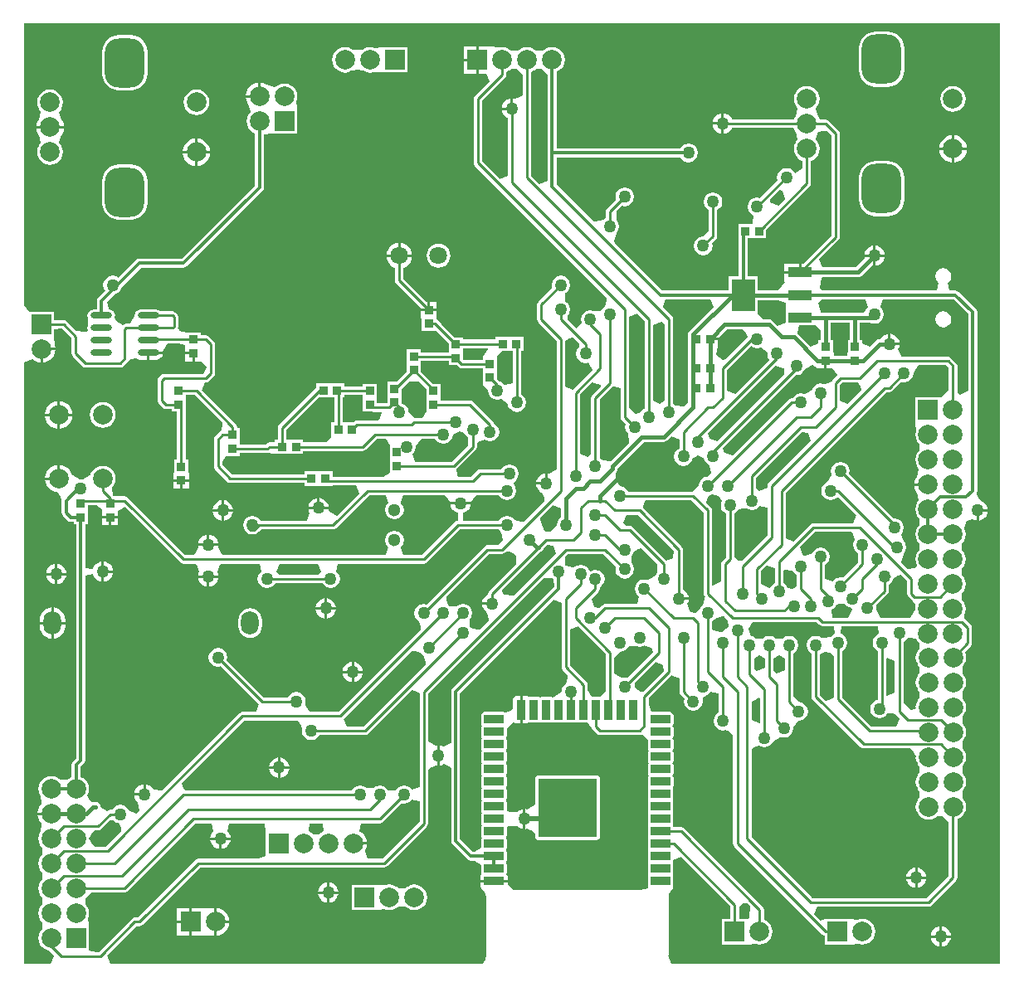
<source format=gbl>
G04 Layer_Physical_Order=2*
G04 Layer_Color=16711680*
%FSLAX44Y44*%
%MOMM*%
G71*
G01*
G75*
%ADD10R,0.8500X0.8500*%
%ADD12R,0.8500X0.8500*%
%ADD19C,0.2540*%
%ADD20C,0.3000*%
%ADD21C,0.4000*%
%ADD22C,0.5000*%
%ADD27R,6.0000X6.0000*%
%ADD28R,2.0000X2.0000*%
%ADD29C,2.0000*%
%ADD30R,2.0000X2.0000*%
%ADD31C,1.3000*%
G04:AMPARAMS|DCode=32|XSize=5mm|YSize=4mm|CornerRadius=1.4mm|HoleSize=0mm|Usage=FLASHONLY|Rotation=270.000|XOffset=0mm|YOffset=0mm|HoleType=Round|Shape=RoundedRectangle|*
%AMROUNDEDRECTD32*
21,1,5.0000,1.2000,0,0,270.0*
21,1,2.2000,4.0000,0,0,270.0*
1,1,2.8000,-0.6000,-1.1000*
1,1,2.8000,-0.6000,1.1000*
1,1,2.8000,0.6000,1.1000*
1,1,2.8000,0.6000,-1.1000*
%
%ADD32ROUNDEDRECTD32*%
%ADD33C,1.8000*%
%ADD34O,1.8000X2.4000*%
%ADD35C,1.2700*%
%ADD36C,0.6000*%
%ADD37O,2.2000X0.6000*%
G04:AMPARAMS|DCode=38|XSize=2mm|YSize=0.9mm|CornerRadius=0.045mm|HoleSize=0mm|Usage=FLASHONLY|Rotation=180.000|XOffset=0mm|YOffset=0mm|HoleType=Round|Shape=RoundedRectangle|*
%AMROUNDEDRECTD38*
21,1,2.0000,0.8100,0,0,180.0*
21,1,1.9100,0.9000,0,0,180.0*
1,1,0.0900,-0.9550,0.4050*
1,1,0.0900,0.9550,0.4050*
1,1,0.0900,0.9550,-0.4050*
1,1,0.0900,-0.9550,-0.4050*
%
%ADD38ROUNDEDRECTD38*%
G04:AMPARAMS|DCode=39|XSize=2mm|YSize=0.9mm|CornerRadius=0.045mm|HoleSize=0mm|Usage=FLASHONLY|Rotation=90.000|XOffset=0mm|YOffset=0mm|HoleType=Round|Shape=RoundedRectangle|*
%AMROUNDEDRECTD39*
21,1,2.0000,0.8100,0,0,90.0*
21,1,1.9100,0.9000,0,0,90.0*
1,1,0.0900,0.4050,0.9550*
1,1,0.0900,0.4050,-0.9550*
1,1,0.0900,-0.4050,-0.9550*
1,1,0.0900,-0.4050,0.9550*
%
%ADD39ROUNDEDRECTD39*%
%ADD40R,1.3300X1.3300*%
%ADD41R,1.3300X1.3300*%
%ADD42R,2.0000X0.9000*%
%ADD43R,2.4000X1.0000*%
%ADD44R,2.4000X3.3000*%
G36*
X405204Y596639D02*
X412750Y589093D01*
Y579750D01*
Y565750D01*
X408878Y559354D01*
X401362D01*
X395112Y564521D01*
X394380Y565771D01*
X393807Y568648D01*
X391741Y571741D01*
X388648Y573807D01*
X387250Y574086D01*
Y581750D01*
Y589093D01*
X394796Y596639D01*
X405204D01*
D02*
G37*
G36*
X347750Y579750D02*
Y565750D01*
X357479D01*
X358000Y565646D01*
X366475D01*
X367163Y564854D01*
X365259Y559371D01*
X362646Y556854D01*
X342000D01*
X340334Y556522D01*
X338922Y555578D01*
X338093Y554750D01*
X327354D01*
Y580250D01*
X328750D01*
Y583146D01*
X347750D01*
Y579750D01*
D02*
G37*
G36*
X635646Y658197D02*
Y569399D01*
X634780Y569041D01*
X632618Y567382D01*
X630959Y565220D01*
X630825Y564895D01*
X626549Y563625D01*
X619514Y569503D01*
Y663016D01*
X627514Y666329D01*
X635646Y658197D01*
D02*
G37*
G36*
X595646Y318197D02*
Y281031D01*
X594181Y278912D01*
X589750Y274718D01*
X581650D01*
X577392Y281308D01*
X577354Y281399D01*
Y287000D01*
X577022Y288666D01*
X576078Y290079D01*
X559354Y306803D01*
Y343176D01*
X567354Y346489D01*
X595646Y318197D01*
D02*
G37*
G36*
X890359Y311522D02*
X890646Y311093D01*
Y279102D01*
X882646Y275267D01*
X881854Y275904D01*
Y314028D01*
X882646Y314794D01*
X890359Y311522D01*
D02*
G37*
G36*
X653884Y307234D02*
X654628Y300785D01*
X634368Y280525D01*
X633589Y280027D01*
X633030Y279866D01*
X631194Y280063D01*
X625615Y284198D01*
X625485Y284873D01*
X625539Y289382D01*
X646335Y310178D01*
X653884Y307234D01*
D02*
G37*
G36*
X375250Y531750D02*
Y517250D01*
Y503250D01*
X368864Y499354D01*
X316750D01*
Y504750D01*
X288250D01*
Y501854D01*
X214303D01*
X204354Y511803D01*
Y514157D01*
X207750Y520750D01*
X222250D01*
Y523646D01*
X250500D01*
X258250Y522750D01*
Y522750D01*
X286750D01*
Y525646D01*
X347500D01*
X349166Y525978D01*
X350578Y526922D01*
X361803Y538146D01*
X371378D01*
X375250Y531750D01*
D02*
G37*
G36*
X590266Y592795D02*
X590494Y591651D01*
X581922Y583078D01*
X580978Y581666D01*
X580646Y580000D01*
Y522102D01*
X577354Y519391D01*
X569354Y523167D01*
Y583197D01*
X581586Y595429D01*
X590266Y592795D01*
D02*
G37*
G36*
X451193Y543852D02*
X451227Y543800D01*
X453259Y540759D01*
X455056Y539559D01*
X455500Y531657D01*
X438697Y514854D01*
X401061D01*
X398634Y522854D01*
X399241Y523259D01*
X401307Y526352D01*
X402033Y530000D01*
X402004Y530146D01*
X406614Y537256D01*
X407924Y538146D01*
X421664D01*
X423259Y535759D01*
X426352Y533693D01*
X430000Y532967D01*
X433648Y533693D01*
X436741Y535759D01*
X438807Y538852D01*
X439528Y542472D01*
X446354Y546097D01*
X451193Y543852D01*
D02*
G37*
G36*
X777292Y609995D02*
X777436Y609834D01*
X778131Y604288D01*
X709832Y535989D01*
X701417Y538480D01*
X700162Y544005D01*
X768996Y612839D01*
X777292Y609995D01*
D02*
G37*
G36*
X318646Y554750D02*
X315750D01*
Y540250D01*
X310671Y534354D01*
X286750D01*
Y537250D01*
X269854D01*
Y547697D01*
X302407Y580250D01*
X318646D01*
Y554750D01*
D02*
G37*
G36*
X705811Y673021D02*
X681395Y648605D01*
X680290Y646951D01*
X679902Y645000D01*
Y610000D01*
Y574361D01*
X674887Y570755D01*
X666740Y571740D01*
X664352Y573335D01*
Y660001D01*
X664021Y661667D01*
X663077Y663080D01*
X653745Y672412D01*
X657059Y680412D01*
X702750D01*
X705811Y673021D01*
D02*
G37*
G36*
X542376Y394679D02*
X542815Y386804D01*
X439256Y283244D01*
X438261Y281756D01*
X437912Y280000D01*
Y227723D01*
X437639Y227459D01*
X430220Y224041D01*
X427702Y225084D01*
X426270Y225272D01*
Y215000D01*
Y204728D01*
X427702Y204916D01*
X430220Y205959D01*
X437639Y202541D01*
X437912Y202277D01*
Y127500D01*
X438261Y125744D01*
X439256Y124256D01*
X454806Y108706D01*
X456294Y107711D01*
X458050Y107362D01*
X461776D01*
X468582Y103300D01*
Y95200D01*
X468850Y93854D01*
X468886Y93800D01*
X467908Y92336D01*
X467563Y90600D01*
Y87820D01*
X495737D01*
Y90600D01*
X495392Y92336D01*
X494414Y93800D01*
X494450Y93854D01*
X494718Y95200D01*
Y103300D01*
X494450Y104646D01*
X493812Y105600D01*
X494450Y106554D01*
X494718Y107900D01*
Y116000D01*
X494450Y117346D01*
X493812Y118300D01*
X494450Y119254D01*
X494718Y120600D01*
Y128700D01*
X494450Y130046D01*
X493812Y131000D01*
X494450Y131954D01*
X494718Y133300D01*
Y141400D01*
X495778Y142420D01*
X497312Y142892D01*
X505118Y142618D01*
X507280Y140959D01*
X509798Y139916D01*
X511230Y139728D01*
Y150000D01*
Y160272D01*
X509798Y160084D01*
X507280Y159041D01*
X505118Y157382D01*
X497320Y157157D01*
X495801Y157636D01*
X494718Y158700D01*
Y166800D01*
X494450Y168146D01*
X493812Y169100D01*
X494450Y170054D01*
X494718Y171400D01*
Y179500D01*
X494450Y180846D01*
X493812Y181800D01*
X494450Y182754D01*
X494718Y184100D01*
Y192200D01*
X494450Y193546D01*
X493812Y194500D01*
X494450Y195454D01*
X494718Y196800D01*
Y204900D01*
X494450Y206246D01*
X493812Y207200D01*
X494450Y208154D01*
X494718Y209500D01*
Y217600D01*
X494450Y218946D01*
X493812Y219900D01*
X494450Y220854D01*
X494718Y222200D01*
Y230300D01*
X494450Y231646D01*
X493812Y232600D01*
X494450Y233554D01*
X494718Y234900D01*
Y243000D01*
X499860Y247593D01*
X501182Y248387D01*
X502718Y248574D01*
X503714Y247908D01*
X505450Y247563D01*
X508230D01*
Y261650D01*
Y275737D01*
X505450D01*
X503714Y275392D01*
X502242Y274408D01*
X501258Y272936D01*
X500913Y271200D01*
Y261773D01*
X496524Y259595D01*
X492913Y258705D01*
X492546Y258950D01*
X491200Y259218D01*
X472100D01*
X470754Y258950D01*
X469613Y258187D01*
X468850Y257046D01*
X468582Y255700D01*
Y247600D01*
X468850Y246254D01*
X469487Y245300D01*
X468850Y244346D01*
X468582Y243000D01*
Y234900D01*
X468850Y233554D01*
X469487Y232600D01*
X468850Y231646D01*
X468582Y230300D01*
Y222200D01*
X468850Y220854D01*
X469487Y219900D01*
X468850Y218946D01*
X468582Y217600D01*
Y209500D01*
X468850Y208154D01*
X469487Y207200D01*
X468850Y206246D01*
X468582Y204900D01*
Y196800D01*
X468850Y195454D01*
X469487Y194500D01*
X468850Y193546D01*
X468582Y192200D01*
Y184100D01*
X468850Y182754D01*
X469487Y181800D01*
X468850Y180846D01*
X468582Y179500D01*
Y171400D01*
X468850Y170054D01*
X469487Y169100D01*
X468850Y168146D01*
X468582Y166800D01*
Y158700D01*
X468850Y157354D01*
X469487Y156400D01*
X468850Y155446D01*
X468582Y154100D01*
Y146000D01*
X468850Y144654D01*
X469487Y143700D01*
X468850Y142746D01*
X468582Y141400D01*
Y133300D01*
X468850Y131954D01*
X469487Y131000D01*
X468850Y130046D01*
X468582Y128700D01*
Y120600D01*
X461776Y116538D01*
X459950D01*
X447088Y129401D01*
Y278099D01*
X542646Y373658D01*
X550646Y370344D01*
Y305000D01*
X550978Y303334D01*
X551922Y301922D01*
X556791Y297052D01*
X556640Y294216D01*
X554775Y287754D01*
X553259Y286741D01*
X551193Y283648D01*
X550467Y280000D01*
X543550Y274718D01*
X542204Y274450D01*
X541250Y273813D01*
X540296Y274450D01*
X538950Y274718D01*
X530850D01*
X529504Y274450D01*
X528550Y273813D01*
X527596Y274450D01*
X526250Y274718D01*
X518150D01*
X516804Y274450D01*
X516750Y274414D01*
X515286Y275392D01*
X513550Y275737D01*
X510770D01*
Y261650D01*
Y247563D01*
X513550D01*
X515286Y247908D01*
X516750Y248886D01*
X516804Y248850D01*
X518150Y248582D01*
X526250D01*
X527596Y248850D01*
X528550Y249487D01*
X529504Y248850D01*
X530850Y248582D01*
X538950D01*
X540296Y248850D01*
X541250Y249487D01*
X542204Y248850D01*
X543550Y248582D01*
X551650D01*
X552996Y248850D01*
X553950Y249487D01*
X554904Y248850D01*
X556250Y248582D01*
X564350D01*
X565696Y248850D01*
X566650Y249487D01*
X567604Y248850D01*
X568950Y248582D01*
X577050D01*
X581678Y242634D01*
X582621Y241222D01*
X586922Y236922D01*
X588334Y235978D01*
X590000Y235646D01*
X630000D01*
X630582Y235762D01*
X632714Y235532D01*
X638711Y230945D01*
X638582Y230300D01*
Y222200D01*
X638850Y220854D01*
X639487Y219900D01*
X638850Y218946D01*
X638582Y217600D01*
Y209500D01*
X638850Y208154D01*
X639487Y207200D01*
X638850Y206246D01*
X638582Y204900D01*
Y196800D01*
X638850Y195454D01*
X639487Y194500D01*
X638850Y193546D01*
X638582Y192200D01*
Y184100D01*
X638780Y183108D01*
X638650Y182950D01*
X638650D01*
Y167950D01*
Y155250D01*
Y142550D01*
Y129850D01*
Y117150D01*
Y104450D01*
Y91750D01*
X638650Y79050D01*
X631206Y77709D01*
X502320D01*
X502120Y77797D01*
X495737Y82500D01*
X495737Y85280D01*
X467563D01*
Y82500D01*
X467908Y80764D01*
X467908Y80764D01*
X468892Y79292D01*
X471668Y75588D01*
X473284Y72218D01*
X473591Y70724D01*
Y69963D01*
Y11650D01*
X473824Y10480D01*
X472673Y6271D01*
X470544Y2500D01*
X89971D01*
X86657Y10500D01*
X116803Y40646D01*
X120000D01*
X121666Y40978D01*
X123078Y41922D01*
X181803Y100646D01*
X370000D01*
X371666Y100978D01*
X373078Y101922D01*
X413078Y141922D01*
X414022Y143334D01*
X414354Y145000D01*
Y200040D01*
X415870Y201694D01*
X422298Y204916D01*
X423730Y204728D01*
Y215000D01*
Y225272D01*
X422298Y225084D01*
X415870Y228306D01*
X414354Y229960D01*
Y278197D01*
X531796Y395639D01*
X540759Y395759D01*
X542376Y394679D01*
D02*
G37*
G36*
X821270Y609750D02*
X826741D01*
X831997Y603610D01*
X831921Y603078D01*
X826921Y598078D01*
X826658Y597685D01*
X825738Y596573D01*
X819866Y594282D01*
X817646Y594007D01*
X815000Y594533D01*
X811352Y593807D01*
X808259Y591741D01*
X806192Y588648D01*
X806147Y588419D01*
X799273Y584192D01*
X797730Y583990D01*
X795000Y584533D01*
X791352Y583807D01*
X788259Y581741D01*
X786664Y579354D01*
X785000D01*
X783334Y579022D01*
X781921Y578078D01*
X724833Y520990D01*
X716418Y523482D01*
X715163Y529006D01*
X789269Y603112D01*
X790000Y602967D01*
X793648Y603693D01*
X796741Y605759D01*
X798808Y608852D01*
X798952Y609578D01*
X806754Y613153D01*
X811750Y609982D01*
Y609750D01*
X818730D01*
Y618000D01*
X821270D01*
Y609750D01*
D02*
G37*
G36*
X824370Y319343D02*
X827926Y316832D01*
X828146Y316467D01*
Y274324D01*
X823761Y271568D01*
X820321Y270836D01*
X814354Y276803D01*
Y317843D01*
X819197Y320303D01*
X824370Y319343D01*
D02*
G37*
G36*
X912525Y333981D02*
X913244Y332244D01*
X915328Y329528D01*
X915723Y324338D01*
X913644Y321556D01*
X912335Y318394D01*
X911888Y315000D01*
X912335Y311606D01*
X913644Y308444D01*
X914441Y307405D01*
X915728Y305332D01*
Y299268D01*
X914441Y297195D01*
X913644Y296156D01*
X912335Y292994D01*
X911888Y289600D01*
X912335Y286206D01*
X913644Y283044D01*
X914441Y282006D01*
X915728Y279932D01*
Y273868D01*
X914441Y271795D01*
X913644Y270756D01*
X912335Y267594D01*
X911888Y264200D01*
X911933Y263854D01*
X910616Y261855D01*
X907179Y261382D01*
X899354Y268280D01*
Y330420D01*
X903944Y334814D01*
X906659Y335015D01*
X912525Y333981D01*
D02*
G37*
G36*
X737785Y647563D02*
X740737Y642266D01*
X740745Y641902D01*
X717911Y619068D01*
X714751Y618731D01*
X708574Y623750D01*
X709217Y629122D01*
X710250Y631750D01*
X710250D01*
Y638730D01*
X702000D01*
Y641270D01*
X710480D01*
X719112Y649902D01*
X735750D01*
X737785Y647563D01*
D02*
G37*
G36*
X945646Y610697D02*
Y587679D01*
X937646Y580396D01*
X937600Y580400D01*
X937600Y580400D01*
X911600D01*
Y554400D01*
X911600D01*
X912351Y546400D01*
X911935Y545394D01*
X911488Y542000D01*
X911935Y538606D01*
X913244Y535444D01*
X914041Y534406D01*
X915328Y532332D01*
Y526268D01*
X914041Y524195D01*
X913244Y523156D01*
X911935Y519994D01*
X911488Y516600D01*
X911935Y513206D01*
X913244Y510044D01*
X913443Y509785D01*
X915236Y507003D01*
X912976Y499049D01*
X912371Y498260D01*
X910960Y494855D01*
X910646Y492470D01*
X924600D01*
Y489930D01*
X910646D01*
X910960Y487545D01*
X912371Y484140D01*
X912976Y483351D01*
X915236Y475397D01*
X913443Y472615D01*
X913244Y472356D01*
X911935Y469194D01*
X911488Y465800D01*
X911935Y462406D01*
X913244Y459244D01*
X914041Y458205D01*
X915328Y456132D01*
Y450068D01*
X914041Y447995D01*
X913244Y446956D01*
X911935Y443794D01*
X911488Y440400D01*
X911935Y437006D01*
X913244Y433844D01*
X914041Y432805D01*
X915328Y430732D01*
Y424668D01*
X914041Y422595D01*
X913244Y421556D01*
X911935Y418394D01*
X911488Y415000D01*
X911935Y411606D01*
X913244Y408444D01*
X911653Y406194D01*
X903344Y405313D01*
X897770Y410887D01*
X897472Y412322D01*
X899223Y420747D01*
X899241Y420759D01*
X901308Y423852D01*
X902033Y427500D01*
X901308Y431148D01*
X899565Y433757D01*
X898892Y435425D01*
X897477Y440223D01*
X898608Y443553D01*
X898808Y443852D01*
X899533Y447500D01*
X898808Y451148D01*
X896741Y454241D01*
X893648Y456307D01*
X890000Y457033D01*
X889269Y456888D01*
X843973Y502184D01*
X844533Y505000D01*
X843808Y508648D01*
X841741Y511741D01*
X838648Y513807D01*
X835000Y514533D01*
X831352Y513807D01*
X828259Y511741D01*
X826192Y508648D01*
X825467Y505000D01*
X826010Y502270D01*
X825808Y500727D01*
X821581Y493853D01*
X821352Y493807D01*
X818259Y491741D01*
X816192Y488648D01*
X815467Y485000D01*
X816192Y481352D01*
X818259Y478259D01*
X821352Y476193D01*
X825000Y475467D01*
X828648Y476193D01*
X831741Y478259D01*
X832964Y478379D01*
X851489Y459854D01*
X848176Y451854D01*
X807500D01*
X805834Y451522D01*
X804421Y450578D01*
X787354Y433511D01*
X779354Y436824D01*
Y483197D01*
X881803Y585646D01*
X885000D01*
X886666Y585978D01*
X888079Y586922D01*
X897184Y596027D01*
X900000Y595467D01*
X903648Y596193D01*
X906741Y598259D01*
X908808Y601352D01*
X909533Y605000D01*
X909504Y605146D01*
X914114Y612256D01*
X915424Y613146D01*
X943197D01*
X945646Y610697D01*
D02*
G37*
G36*
X655645Y655077D02*
Y577176D01*
X650575Y573867D01*
X644354Y577098D01*
Y654202D01*
X652354Y657889D01*
X655645Y655077D01*
D02*
G37*
G36*
X855932Y591261D02*
X856664Y587821D01*
X842354Y573511D01*
X834354Y576824D01*
Y593197D01*
X836803Y595646D01*
X853176D01*
X855932Y591261D01*
D02*
G37*
G36*
X746352Y631193D02*
X750000Y630467D01*
X753648Y631193D01*
X754242Y631589D01*
X754420Y631513D01*
X760725Y626300D01*
X760467Y625000D01*
X761192Y621352D01*
X762796Y618953D01*
X727354Y583511D01*
X719354Y586824D01*
Y608197D01*
X743953Y632796D01*
X746352Y631193D01*
D02*
G37*
G36*
X500646Y594652D02*
X492646Y592886D01*
X491741Y594241D01*
X488648Y596307D01*
X487651Y596506D01*
X484750Y599407D01*
Y607250D01*
Y620371D01*
X484750Y621750D01*
X489579Y627750D01*
X500646D01*
Y594652D01*
D02*
G37*
G36*
X568604Y635239D02*
X568259Y631741D01*
X566193Y628648D01*
X565467Y625000D01*
X566193Y621352D01*
X568259Y618259D01*
X571352Y616193D01*
X575000Y615467D01*
X577646Y615993D01*
X578314Y615784D01*
X581987Y608144D01*
X562354Y588511D01*
X560511Y588651D01*
X554354Y591152D01*
Y638176D01*
X558739Y640932D01*
X562179Y641664D01*
X568604Y635239D01*
D02*
G37*
G36*
X305609Y402646D02*
X302898Y399354D01*
X262102D01*
X259391Y402646D01*
X263167Y410646D01*
X301833D01*
X305609Y402646D01*
D02*
G37*
G36*
X847804Y440848D02*
X849694Y435146D01*
X848692Y433648D01*
X847967Y430000D01*
X848692Y426352D01*
X850759Y423259D01*
X853146Y421664D01*
Y411803D01*
X837816Y396473D01*
X835000Y397033D01*
X831352Y396307D01*
X828259Y394241D01*
X827354Y392886D01*
X819354Y394652D01*
Y409164D01*
X821741Y410759D01*
X823808Y413852D01*
X824533Y417500D01*
X823808Y421148D01*
X821741Y424241D01*
X818648Y426307D01*
X815000Y427033D01*
X811352Y426307D01*
X808259Y424241D01*
X806192Y421148D01*
X799042Y418751D01*
X796727Y419257D01*
X794068Y427911D01*
X809303Y443146D01*
X846150D01*
X847804Y440848D01*
D02*
G37*
G36*
X695646Y463197D02*
Y380000D01*
X695978Y378334D01*
X696921Y376922D01*
X696761Y374634D01*
X694775Y367754D01*
X693259Y366741D01*
X692103Y365011D01*
X690311Y363037D01*
X686753Y360570D01*
X682391Y361512D01*
X681466Y362639D01*
X679041Y369780D01*
X680084Y372298D01*
X680272Y373730D01*
X670000D01*
Y376270D01*
X680272D01*
X680084Y377702D01*
X679041Y380220D01*
X677382Y382382D01*
X675220Y384041D01*
X674354Y384399D01*
Y425000D01*
X674022Y426666D01*
X673079Y428078D01*
X633511Y467646D01*
X633651Y469489D01*
X636152Y475646D01*
X683197D01*
X695646Y463197D01*
D02*
G37*
G36*
X840759Y368259D02*
X843852Y366193D01*
X845335Y365897D01*
X846873Y363604D01*
X844087Y357362D01*
X841798Y355604D01*
X826489D01*
X825702Y363604D01*
X826148Y363693D01*
X829241Y365759D01*
X831308Y368852D01*
X831346Y369044D01*
X833646Y369766D01*
X839670Y369888D01*
X840759Y368259D01*
D02*
G37*
G36*
X903146Y393197D02*
Y380000D01*
X903478Y378334D01*
X904421Y376922D01*
X907859Y373484D01*
X909271Y372540D01*
X911156Y369040D01*
X911489Y364209D01*
X911488Y364200D01*
X911566Y363604D01*
X907442Y357213D01*
X905431Y355604D01*
X877088D01*
X875378Y357304D01*
X871755Y363604D01*
X872033Y365000D01*
X871473Y367816D01*
X883079Y379422D01*
X884022Y380834D01*
X884354Y382500D01*
Y389164D01*
X886741Y390759D01*
X888808Y393852D01*
X889201Y395829D01*
X894014Y398347D01*
X897363Y398980D01*
X903146Y393197D01*
D02*
G37*
G36*
X648415Y410428D02*
X648259Y401741D01*
X646192Y398648D01*
X646147Y398419D01*
X639273Y394192D01*
X637730Y393990D01*
X635000Y394533D01*
X631352Y393807D01*
X628259Y391741D01*
X626193Y388648D01*
X625467Y385000D01*
X626193Y381352D01*
X628259Y378259D01*
X629614Y377354D01*
X627848Y369354D01*
X595000D01*
X593334Y369022D01*
X591922Y368078D01*
X589006Y365163D01*
X583482Y366418D01*
X580990Y374833D01*
X588078Y381922D01*
X589022Y383334D01*
X589354Y385000D01*
Y386664D01*
X591741Y388259D01*
X593807Y391352D01*
X594533Y395000D01*
X593807Y398648D01*
X591741Y401741D01*
X588648Y403807D01*
X585000Y404533D01*
X581352Y403807D01*
X580231Y403059D01*
X578807Y403648D01*
X576741Y406741D01*
X573648Y408807D01*
X570000Y409533D01*
X566352Y408807D01*
X564219Y407382D01*
X561880Y407018D01*
X554775Y408443D01*
X554241Y409241D01*
X554361Y418204D01*
X556803Y420646D01*
X593197D01*
X606027Y407816D01*
X605467Y405000D01*
X606193Y401352D01*
X608259Y398259D01*
X611352Y396193D01*
X615000Y395467D01*
X618648Y396193D01*
X621741Y398259D01*
X623807Y401352D01*
X624533Y405000D01*
X623807Y408648D01*
X621741Y411741D01*
Y418259D01*
X623807Y421352D01*
X624201Y423329D01*
X629014Y425847D01*
X632363Y426480D01*
X648415Y410428D01*
D02*
G37*
G36*
X786192Y403852D02*
X788259Y400759D01*
X790646Y399164D01*
Y387369D01*
X786608Y384832D01*
X781308Y386148D01*
X779241Y389241D01*
X776854Y390836D01*
Y403718D01*
X777934Y404365D01*
X786192Y403852D01*
D02*
G37*
G36*
X768146Y405676D02*
Y390836D01*
X765759Y389241D01*
X763727Y386200D01*
X763692Y386148D01*
X762354Y385527D01*
X754354Y390056D01*
Y403197D01*
X760146Y408989D01*
X768146Y405676D01*
D02*
G37*
G36*
X711157Y479776D02*
X714043Y474392D01*
X713892Y473947D01*
X713692Y473648D01*
X712967Y470000D01*
X713692Y466352D01*
X715759Y463259D01*
X718146Y461664D01*
Y416803D01*
X714421Y413078D01*
X713478Y411666D01*
X713146Y410000D01*
Y392227D01*
X705146Y387951D01*
X704354Y388480D01*
Y465000D01*
X704022Y466666D01*
X703079Y468078D01*
X698520Y472637D01*
X699153Y475986D01*
X701671Y480799D01*
X703648Y481193D01*
X703975Y481411D01*
X711157Y479776D01*
D02*
G37*
G36*
X81750Y466250D02*
Y459270D01*
X90000D01*
Y458000D01*
D01*
Y459270D01*
X98250D01*
Y464279D01*
X105300Y468543D01*
X161922Y411922D01*
X163334Y410978D01*
X165000Y410646D01*
X177412D01*
X178140Y409840D01*
X180959Y402720D01*
X179916Y400202D01*
X179728Y398770D01*
X200272D01*
X200084Y400202D01*
X199041Y402720D01*
X201860Y409840D01*
X202588Y410646D01*
X242848D01*
X244614Y402646D01*
X243259Y401741D01*
X241192Y398648D01*
X240467Y395000D01*
X241192Y391352D01*
X243259Y388259D01*
X246352Y386193D01*
X250000Y385467D01*
X253648Y386193D01*
X256741Y388259D01*
X258336Y390646D01*
X306664D01*
X308259Y388259D01*
X311352Y386193D01*
X315000Y385467D01*
X318648Y386193D01*
X321741Y388259D01*
X323807Y391352D01*
X324533Y395000D01*
X323807Y398648D01*
X321741Y401741D01*
X320386Y402646D01*
X322152Y410646D01*
X410000D01*
X411666Y410978D01*
X413078Y411922D01*
X446803Y445646D01*
X486664D01*
X488259Y443259D01*
X489307Y442559D01*
X490452Y434576D01*
X485318Y429354D01*
X475000D01*
X473334Y429022D01*
X471922Y428078D01*
X412816Y368973D01*
X410000Y369533D01*
X406352Y368807D01*
X403259Y366741D01*
X401193Y363648D01*
X400467Y360000D01*
X401193Y356352D01*
X403259Y353259D01*
X404775Y352246D01*
X406640Y345784D01*
X406791Y342948D01*
X323197Y259354D01*
X293753D01*
X289728Y265049D01*
X289007Y267354D01*
X289533Y270000D01*
X288808Y273648D01*
X286741Y276741D01*
X283648Y278808D01*
X280000Y279533D01*
X276352Y278808D01*
X273259Y276741D01*
X271664Y274354D01*
X246803D01*
X208973Y312184D01*
X209533Y315000D01*
X208808Y318648D01*
X206741Y321741D01*
X203648Y323807D01*
X200000Y324533D01*
X196352Y323807D01*
X193259Y321741D01*
X191192Y318648D01*
X190467Y315000D01*
X191192Y311352D01*
X193259Y308259D01*
X196352Y306192D01*
X200000Y305467D01*
X202816Y306027D01*
X241489Y267354D01*
X241349Y265511D01*
X238848Y259354D01*
X225000D01*
X223334Y259022D01*
X221922Y258078D01*
X142859Y179016D01*
X141580Y178800D01*
X134992Y180040D01*
X133480Y180951D01*
X132382Y182382D01*
X130220Y184041D01*
X127702Y185084D01*
X126270Y185272D01*
Y175000D01*
X125000D01*
Y173730D01*
X114728D01*
X114916Y172298D01*
X115959Y169780D01*
X117618Y167618D01*
X118384Y167031D01*
X119675Y158701D01*
X117272Y156055D01*
X116524Y155605D01*
X108807Y158648D01*
X106741Y161741D01*
X103648Y163808D01*
X100000Y164533D01*
X96352Y163808D01*
X93259Y161741D01*
X91664Y159354D01*
X90000D01*
X88334Y159022D01*
X86970Y158111D01*
X86761Y158183D01*
X80098Y162500D01*
X79710Y164451D01*
X79710Y164451D01*
X79710Y164451D01*
X78605Y166105D01*
Y166105D01*
X78605Y166105D01*
X76951Y167210D01*
X76951Y167210D01*
X75000Y167598D01*
X75000Y167598D01*
X74615Y167598D01*
X74615Y167598D01*
X72500Y167598D01*
X72500Y167598D01*
X71603Y167419D01*
X69262Y169365D01*
X66628Y173776D01*
X66683Y174149D01*
X66755Y174244D01*
X68065Y177406D01*
X68512Y180800D01*
X68065Y184194D01*
X66755Y187356D01*
X64672Y190072D01*
X61956Y192155D01*
X59988Y192971D01*
Y203500D01*
X63244Y206756D01*
X64239Y208244D01*
X64588Y210000D01*
Y398575D01*
X72416Y399798D01*
X73459Y397280D01*
X75118Y395118D01*
X77280Y393459D01*
X79798Y392416D01*
X81230Y392228D01*
Y402500D01*
Y412772D01*
X79798Y412584D01*
X77280Y411541D01*
X75118Y409882D01*
X73459Y407720D01*
X72416Y405202D01*
X64588Y406425D01*
Y450750D01*
X67250D01*
Y464750D01*
Y470646D01*
X75571D01*
X81750Y466250D01*
D02*
G37*
G36*
X542234Y428884D02*
X545178Y421335D01*
X501679Y377836D01*
X491920Y378992D01*
X489864Y382565D01*
X490913Y384756D01*
X528822Y422665D01*
X529451Y422790D01*
X531105Y423895D01*
X532210Y425549D01*
X532335Y426178D01*
X535785Y429628D01*
X542234Y428884D01*
D02*
G37*
G36*
X665297Y423546D02*
X664535Y416194D01*
X657318Y413839D01*
X623078Y448078D01*
X621666Y449022D01*
X620000Y449354D01*
X615670D01*
X613205Y452646D01*
X617208Y460646D01*
X628197D01*
X665297Y423546D01*
D02*
G37*
G36*
X802234Y543884D02*
X805178Y536334D01*
X761921Y493078D01*
X760978Y491666D01*
X760646Y490000D01*
Y488167D01*
X752646Y484391D01*
X749354Y487102D01*
Y498197D01*
X795785Y544628D01*
X802234Y543884D01*
D02*
G37*
G36*
X670645Y537122D02*
Y528335D01*
X668258Y526740D01*
X666191Y523647D01*
X665465Y519999D01*
X666191Y516351D01*
X668258Y513258D01*
X671350Y511191D01*
X674999Y510466D01*
X678647Y511191D01*
X681740Y513258D01*
X683806Y516351D01*
X684184Y518252D01*
X686989Y519835D01*
X689999Y521102D01*
X693014Y519833D01*
X695814Y518254D01*
X696192Y516352D01*
X698259Y513259D01*
X700741Y511601D01*
X701734Y509805D01*
X703528Y503303D01*
X700000Y499533D01*
X696352Y498807D01*
X693259Y496741D01*
X691192Y493648D01*
X690620Y490771D01*
X689888Y489521D01*
X683639Y484354D01*
X618336D01*
X616741Y486741D01*
X613648Y488807D01*
X609825Y489842D01*
X607210Y494451D01*
Y494451D01*
X607210D01*
X606105Y496105D01*
X606105Y502907D01*
X606612Y504655D01*
X607210Y505549D01*
X607598Y507500D01*
Y507888D01*
X634612Y534902D01*
X655000D01*
X656951Y535290D01*
X658605Y536395D01*
X662645Y540435D01*
X670645Y537122D01*
D02*
G37*
G36*
X758146Y313768D02*
Y304708D01*
X750146Y300705D01*
X746854Y303170D01*
Y313768D01*
X752500Y317125D01*
X758146Y313768D01*
D02*
G37*
G36*
X604183Y591583D02*
X610806Y589555D01*
Y560160D01*
X611138Y558494D01*
X612081Y557081D01*
X616080Y553083D01*
X615467Y550000D01*
X616193Y546352D01*
X618259Y543259D01*
X619298Y534461D01*
X619099Y533809D01*
X601191Y515901D01*
X600493Y515688D01*
X592835Y516261D01*
X591741Y516741D01*
X589354Y518336D01*
Y578197D01*
X602806Y591649D01*
X604183Y591583D01*
D02*
G37*
G36*
X778146Y313768D02*
Y302208D01*
X770146Y298205D01*
X766854Y300670D01*
Y313768D01*
X772500Y317125D01*
X778146Y313768D01*
D02*
G37*
G36*
X641370Y325087D02*
X643309Y323758D01*
X643887Y320044D01*
X617816Y293973D01*
X615000Y294533D01*
X612354Y294007D01*
X610049Y294728D01*
X604354Y298753D01*
Y313638D01*
X610000Y320467D01*
X613648Y321193D01*
X616741Y323259D01*
X616956Y323581D01*
X620637Y326313D01*
X626352Y326193D01*
X626911Y326081D01*
X630000Y325467D01*
X633648Y326193D01*
X634722Y326910D01*
X641370Y325087D01*
D02*
G37*
G36*
X497483Y422958D02*
X502789Y420550D01*
X502882Y420411D01*
X503644Y419272D01*
X503895Y418895D01*
X504266Y411864D01*
X503867Y410024D01*
X476922Y383078D01*
X475978Y381666D01*
X475646Y380000D01*
Y379399D01*
X474780Y379041D01*
X472618Y377382D01*
X470959Y375220D01*
X469916Y372702D01*
X469728Y371270D01*
X480000D01*
Y368730D01*
X469728D01*
X469916Y367298D01*
X470959Y364780D01*
X472618Y362618D01*
X474049Y361520D01*
X474959Y360008D01*
X476200Y353420D01*
X475984Y352141D01*
X467052Y343209D01*
X464216Y343360D01*
X457754Y345225D01*
X456741Y346741D01*
Y353259D01*
X458807Y356352D01*
X459533Y360000D01*
X458807Y363648D01*
X456741Y366741D01*
X453648Y368807D01*
X450000Y369533D01*
X446352Y368807D01*
X443259Y366741D01*
X436741D01*
X435225Y367754D01*
X433360Y374216D01*
X433209Y377052D01*
X476803Y420646D01*
X490000D01*
X491666Y420978D01*
X493078Y421922D01*
X494402Y423245D01*
X497483Y422958D01*
D02*
G37*
G36*
X549902Y467431D02*
Y457839D01*
X548259Y456741D01*
X546193Y453648D01*
X545467Y450000D01*
X539665Y443521D01*
X534536Y443186D01*
X533098Y444532D01*
X532210Y446951D01*
X532210Y446951D01*
X532210D01*
X531105Y448605D01*
X531087Y448617D01*
X529214Y455186D01*
X529095Y457938D01*
X541902Y470745D01*
X549902Y467431D01*
D02*
G37*
G36*
X717122Y356115D02*
X719740Y352391D01*
X720993Y347006D01*
X720921Y346710D01*
X719211Y344454D01*
X718782Y343949D01*
X714207Y340604D01*
X712944Y340766D01*
X708800Y341644D01*
X705459Y342972D01*
X704354Y343753D01*
Y351664D01*
X706741Y353259D01*
X707754Y354775D01*
X714215Y356640D01*
X716545Y356764D01*
X717122Y356115D01*
D02*
G37*
G36*
X813171Y348172D02*
X814584Y347228D01*
X816250Y346896D01*
X828511D01*
X829298Y338896D01*
X828852Y338807D01*
X825759Y336741D01*
X825226Y335943D01*
X818120Y334518D01*
X815781Y334882D01*
X813648Y336307D01*
X810000Y337033D01*
X806352Y336307D01*
X803259Y334241D01*
X801192Y331148D01*
X800467Y327500D01*
X801192Y323852D01*
X803259Y320759D01*
X805646Y319164D01*
Y275000D01*
X805978Y273334D01*
X806921Y271922D01*
X855515Y223328D01*
X856928Y222384D01*
X858594Y222053D01*
X905854D01*
X907906Y220388D01*
X911974Y214053D01*
X911888Y213400D01*
X912335Y210006D01*
X913644Y206844D01*
X914441Y205805D01*
X915728Y203732D01*
Y197668D01*
X914441Y195595D01*
X913644Y194556D01*
X912335Y191394D01*
X911888Y188000D01*
X912335Y184606D01*
X913644Y181444D01*
X914441Y180406D01*
X915728Y178332D01*
Y172268D01*
X914441Y170195D01*
X913644Y169156D01*
X912335Y165994D01*
X911888Y162600D01*
X912335Y159206D01*
X913644Y156044D01*
X915728Y153328D01*
X918444Y151244D01*
X921606Y149935D01*
X925000Y149488D01*
X928394Y149935D01*
X931556Y151244D01*
X932595Y152041D01*
X934668Y153328D01*
X938819D01*
X945646Y147364D01*
Y91803D01*
X923197Y69354D01*
X806803D01*
X744354Y131803D01*
Y221150D01*
X746652Y222804D01*
X752354Y224694D01*
X753852Y223692D01*
X757500Y222967D01*
X761148Y223692D01*
X764241Y225759D01*
X766308Y228852D01*
X766353Y229081D01*
X773227Y233309D01*
X774770Y233510D01*
X777500Y232967D01*
X781148Y233692D01*
X784241Y235759D01*
X786308Y238852D01*
X787033Y242500D01*
X786799Y243675D01*
X791926Y250067D01*
X792500Y250467D01*
X796148Y251192D01*
X799241Y253259D01*
X801308Y256352D01*
X802033Y260000D01*
X801308Y263648D01*
X799241Y266741D01*
X796148Y268808D01*
X792500Y269533D01*
X786854Y275971D01*
Y319164D01*
X789241Y320759D01*
X791308Y323852D01*
X792033Y327500D01*
X791308Y331148D01*
X789241Y334241D01*
X786148Y336307D01*
X782500Y337033D01*
X778852Y336307D01*
X775759Y334241D01*
X769241D01*
X766148Y336307D01*
X762500Y337033D01*
X758852Y336307D01*
X755759Y334241D01*
X749241D01*
X746148Y336307D01*
X745849Y336367D01*
X744241Y336934D01*
X741300Y344355D01*
X745871Y350646D01*
X810697D01*
X813171Y348172D01*
D02*
G37*
G36*
X760646Y467848D02*
Y439303D01*
X734679Y413336D01*
X731239Y414068D01*
X726854Y416824D01*
Y461664D01*
X729241Y463259D01*
X730610Y465307D01*
X734185Y466687D01*
X739658Y467324D01*
X741352Y466193D01*
X745000Y465467D01*
X748648Y466193D01*
X751741Y468259D01*
X752646Y469614D01*
X760646Y467848D01*
D02*
G37*
G36*
X742797Y61046D02*
X742538Y49991D01*
X740346Y47996D01*
X740300Y48000D01*
X740300Y48000D01*
X731654D01*
Y60876D01*
X736039Y63632D01*
X739480Y64364D01*
X742797Y61046D01*
D02*
G37*
G36*
X307759Y137646D02*
X302740Y134272D01*
X297260D01*
X292241Y137646D01*
X293382Y145646D01*
X306618D01*
X307759Y137646D01*
D02*
G37*
G36*
X405646Y167848D02*
Y146803D01*
X368197Y109354D01*
X353351D01*
X352845Y109898D01*
X349879Y117354D01*
X350329Y117940D01*
X351740Y121345D01*
X352054Y123730D01*
X338100D01*
Y126270D01*
X352054D01*
X351740Y128655D01*
X350329Y132060D01*
X348085Y134985D01*
X345160Y137229D01*
X344153Y137646D01*
X345744Y145646D01*
X365000D01*
X366666Y145978D01*
X368078Y146922D01*
X387184Y166027D01*
X390000Y165467D01*
X393648Y166192D01*
X396741Y168259D01*
X397646Y169614D01*
X405646Y167848D01*
D02*
G37*
G36*
X821516Y852327D02*
X825646Y848197D01*
Y745803D01*
X796843Y717000D01*
X795270D01*
Y708000D01*
X794000D01*
Y706730D01*
X778000D01*
Y699000D01*
X778000D01*
X778150Y698098D01*
X772099Y690098D01*
X751000D01*
Y704500D01*
X740588D01*
Y742750D01*
X759250D01*
Y751093D01*
X803854Y795696D01*
X804797Y797109D01*
X805129Y798775D01*
Y821932D01*
X807331Y822844D01*
X810047Y824928D01*
X812131Y827644D01*
X813440Y830806D01*
X813887Y834200D01*
X813440Y837594D01*
X812131Y840756D01*
X811932Y841015D01*
X810139Y843797D01*
X812322Y851479D01*
X817440Y852429D01*
X821516Y852327D01*
D02*
G37*
G36*
X997500Y2500D02*
X662756D01*
X660628Y6271D01*
X659476Y10480D01*
X659709Y11650D01*
Y71050D01*
X659709Y73097D01*
X664650Y79050D01*
X664650Y91750D01*
Y104450D01*
Y107879D01*
X672650Y111193D01*
X722946Y60897D01*
Y48000D01*
X714300D01*
Y22000D01*
X740300D01*
Y22000D01*
X748300Y22751D01*
X749306Y22335D01*
X752700Y21888D01*
X756094Y22335D01*
X759256Y23644D01*
X761972Y25728D01*
X764055Y28444D01*
X765365Y31606D01*
X765812Y35000D01*
X765365Y38394D01*
X764055Y41556D01*
X761972Y44272D01*
X759256Y46356D01*
X757054Y47268D01*
Y57300D01*
X756722Y58966D01*
X755779Y60378D01*
X675729Y140428D01*
X674316Y141372D01*
X672650Y141704D01*
X664650D01*
Y155250D01*
Y167950D01*
Y182950D01*
X664650D01*
X664520Y183108D01*
X664718Y184100D01*
Y192200D01*
X664450Y193546D01*
X663812Y194500D01*
X664450Y195454D01*
X664718Y196800D01*
Y204900D01*
X664450Y206246D01*
X663812Y207200D01*
X664450Y208154D01*
X664718Y209500D01*
Y217600D01*
X664450Y218946D01*
X663812Y219900D01*
X664450Y220854D01*
X664718Y222200D01*
Y230300D01*
X664450Y231646D01*
X663812Y232600D01*
X664450Y233554D01*
X664718Y234900D01*
Y243000D01*
X664450Y244346D01*
X663812Y245300D01*
X664450Y246254D01*
X664718Y247600D01*
Y255700D01*
X664450Y257046D01*
X663687Y258187D01*
X662546Y258950D01*
X661200Y259218D01*
X642100D01*
X639354Y266828D01*
Y273197D01*
X662646Y296489D01*
X664489Y296349D01*
X670646Y293848D01*
Y280000D01*
X670978Y278334D01*
X671921Y276922D01*
X676027Y272816D01*
X675467Y270000D01*
X676192Y266352D01*
X678259Y263259D01*
X681352Y261192D01*
X685000Y260467D01*
X688648Y261192D01*
X691741Y263259D01*
X693808Y266352D01*
X694533Y270000D01*
X694893Y274219D01*
X698648Y276192D01*
X701741Y278259D01*
X702646Y279614D01*
X710646Y277848D01*
Y258336D01*
X708259Y256741D01*
X706192Y253648D01*
X705467Y250000D01*
X706192Y246352D01*
X708259Y243259D01*
X711352Y241192D01*
X715000Y240467D01*
X717646Y240993D01*
X719951Y240272D01*
X725646Y236247D01*
Y125000D01*
X725978Y123334D01*
X726921Y121922D01*
X816921Y31922D01*
X818334Y30978D01*
X819300Y30786D01*
Y22000D01*
X845300D01*
Y22000D01*
X853300Y22751D01*
X854306Y22335D01*
X857700Y21888D01*
X861094Y22335D01*
X864256Y23644D01*
X866972Y25728D01*
X869055Y28444D01*
X870365Y31606D01*
X870812Y35000D01*
X870365Y38394D01*
X869055Y41556D01*
X866972Y44272D01*
X864256Y46356D01*
X861094Y47665D01*
X857700Y48112D01*
X854306Y47665D01*
X853300Y47249D01*
X845300Y48000D01*
X845300Y48000D01*
X819300D01*
Y48000D01*
X814956Y46201D01*
X808511Y52646D01*
X811824Y60646D01*
X925000D01*
X926666Y60978D01*
X928079Y61922D01*
X953079Y86922D01*
X954022Y88334D01*
X954354Y90000D01*
Y150167D01*
X956956Y151244D01*
X959672Y153328D01*
X961756Y156044D01*
X963065Y159206D01*
X963512Y162600D01*
X963065Y165994D01*
X961756Y169156D01*
X960959Y170195D01*
X959672Y172268D01*
Y178332D01*
X960959Y180406D01*
X961756Y181444D01*
X963065Y184606D01*
X963512Y188000D01*
X963065Y191394D01*
X961756Y194556D01*
X960959Y195595D01*
X959672Y197668D01*
Y203732D01*
X960959Y205805D01*
X961756Y206844D01*
X963065Y210006D01*
X963512Y213400D01*
X963065Y216794D01*
X961756Y219956D01*
X960959Y220995D01*
X959672Y223068D01*
Y229132D01*
X960959Y231206D01*
X961756Y232244D01*
X963065Y235406D01*
X963512Y238800D01*
X963065Y242194D01*
X961756Y245356D01*
X960959Y246395D01*
X959672Y248468D01*
Y254532D01*
X960959Y256605D01*
X961756Y257644D01*
X963065Y260806D01*
X963512Y264200D01*
X963065Y267594D01*
X961756Y270756D01*
X960959Y271795D01*
X959672Y273868D01*
Y279932D01*
X960959Y282006D01*
X961756Y283044D01*
X963065Y286206D01*
X963512Y289600D01*
X963065Y292994D01*
X961756Y296156D01*
X960959Y297195D01*
X959672Y299268D01*
Y305332D01*
X960959Y307405D01*
X961756Y308444D01*
X963065Y311606D01*
X963512Y315000D01*
X963065Y318394D01*
X962153Y320596D01*
X968079Y326521D01*
X969022Y327934D01*
X969354Y329600D01*
Y345000D01*
X969022Y346666D01*
X968079Y348078D01*
X961829Y354328D01*
X961362Y357599D01*
X962665Y360806D01*
X963112Y364200D01*
X962665Y367594D01*
X961356Y370756D01*
X960559Y371795D01*
X959272Y373868D01*
Y379932D01*
X960559Y382006D01*
X961356Y383044D01*
X962665Y386206D01*
X963112Y389600D01*
X962665Y392994D01*
X961356Y396156D01*
X960559Y397195D01*
X959272Y399268D01*
Y405332D01*
X960559Y407406D01*
X961356Y408444D01*
X962665Y411606D01*
X963112Y415000D01*
X962665Y418394D01*
X961356Y421556D01*
X960559Y422595D01*
X959272Y424668D01*
Y430732D01*
X960559Y432805D01*
X961356Y433844D01*
X962665Y437006D01*
X963112Y440400D01*
X962665Y443794D01*
X961356Y446956D01*
X962049Y449197D01*
X964175Y453923D01*
X969152Y456203D01*
X969747Y455985D01*
X969780Y455959D01*
X972298Y454916D01*
X973730Y454728D01*
Y465000D01*
X975000D01*
Y466270D01*
X985272D01*
X985084Y467702D01*
X984041Y470220D01*
X982382Y472382D01*
X980220Y474041D01*
X977702Y475084D01*
X975681Y478108D01*
X974401Y481581D01*
X974239Y483244D01*
X974588Y485000D01*
Y667500D01*
X974239Y669256D01*
X973244Y670744D01*
X955744Y688244D01*
X954256Y689239D01*
X952500Y689588D01*
X946438D01*
X944803Y697588D01*
X945768Y698232D01*
X947536Y700879D01*
X948157Y704000D01*
X947536Y707121D01*
X945768Y709768D01*
X943121Y711536D01*
X940000Y712157D01*
X936879Y711536D01*
X934232Y709768D01*
X932464Y707121D01*
X931843Y704000D01*
X932464Y700879D01*
X934232Y698232D01*
X935197Y697588D01*
X933562Y689588D01*
X815587D01*
X815581Y689591D01*
X813751Y692108D01*
X815812Y702552D01*
X816384Y702902D01*
X853000D01*
X854951Y703290D01*
X856605Y704395D01*
X867176Y714967D01*
X867298Y714916D01*
X868730Y714728D01*
Y723730D01*
X859728D01*
X859916Y722298D01*
X859967Y722176D01*
X850888Y713098D01*
X816569D01*
X813255Y721098D01*
X833079Y740921D01*
X834022Y742334D01*
X834354Y744000D01*
Y850000D01*
X834022Y851666D01*
X833079Y853079D01*
X823478Y862679D01*
X822066Y863622D01*
X820400Y863954D01*
X814125D01*
X813004Y866660D01*
X812399Y867449D01*
X810139Y875403D01*
X811932Y878185D01*
X812131Y878444D01*
X813440Y881606D01*
X813887Y885000D01*
X813440Y888394D01*
X812131Y891556D01*
X810047Y894272D01*
X807331Y896356D01*
X804169Y897665D01*
X800775Y898112D01*
X797381Y897665D01*
X794219Y896356D01*
X791503Y894272D01*
X789419Y891556D01*
X788110Y888394D01*
X787663Y885000D01*
X788110Y881606D01*
X789419Y878444D01*
X789618Y878185D01*
X791411Y875403D01*
X789151Y867449D01*
X788546Y866660D01*
X787590Y864354D01*
X724399D01*
X724041Y865220D01*
X722382Y867382D01*
X720220Y869041D01*
X717702Y870084D01*
X716270Y870272D01*
Y860000D01*
Y849728D01*
X717702Y849916D01*
X720220Y850959D01*
X722382Y852618D01*
X724041Y854780D01*
X724399Y855646D01*
X787259D01*
X788546Y852540D01*
X789151Y851751D01*
X791411Y843797D01*
X789618Y841015D01*
X789419Y840756D01*
X788110Y837594D01*
X787663Y834200D01*
X788110Y830806D01*
X789419Y827644D01*
X791503Y824928D01*
X794219Y822844D01*
X796421Y821932D01*
Y814003D01*
X789002Y809156D01*
X788421Y809226D01*
X786741Y811741D01*
X783648Y813808D01*
X780000Y814533D01*
X776352Y813808D01*
X773259Y811741D01*
X771192Y808648D01*
X770467Y805000D01*
X771027Y802184D01*
X752816Y783973D01*
X750000Y784533D01*
X746352Y783808D01*
X743259Y781741D01*
X741192Y778648D01*
X740467Y775000D01*
X741192Y771352D01*
X743259Y768259D01*
X746352Y766192D01*
X745849Y758136D01*
X745318Y757250D01*
X730750D01*
Y742750D01*
X731412D01*
Y704500D01*
X721000D01*
Y689588D01*
X653501D01*
X604820Y738269D01*
X604568Y739969D01*
X606383Y748020D01*
X606741Y748259D01*
X608807Y751352D01*
X609533Y755000D01*
X608807Y758648D01*
X606741Y761741D01*
X606585Y770428D01*
X612184Y776027D01*
X615000Y775467D01*
X618648Y776192D01*
X621741Y778259D01*
X623807Y781352D01*
X624533Y785000D01*
X623807Y788648D01*
X621741Y791741D01*
X618648Y793808D01*
X615000Y794533D01*
X611352Y793808D01*
X608259Y791741D01*
X606193Y788648D01*
X605467Y785000D01*
X606027Y782184D01*
X596922Y773079D01*
X595978Y771666D01*
X595646Y770000D01*
Y763336D01*
X593259Y761741D01*
X593020Y761383D01*
X584969Y759568D01*
X583269Y759820D01*
X545388Y797701D01*
Y825412D01*
X671821D01*
X673259Y823259D01*
X676352Y821192D01*
X680000Y820467D01*
X683648Y821192D01*
X686741Y823259D01*
X688808Y826352D01*
X689533Y830000D01*
X688808Y833648D01*
X686741Y836741D01*
X683648Y838808D01*
X680000Y839533D01*
X676352Y838808D01*
X673259Y836741D01*
X671821Y834588D01*
X545388D01*
Y912829D01*
X547356Y913644D01*
X550072Y915728D01*
X552155Y918444D01*
X553465Y921606D01*
X553912Y925000D01*
X553465Y928394D01*
X552155Y931556D01*
X550072Y934272D01*
X547356Y936356D01*
X544194Y937665D01*
X540800Y938112D01*
X537406Y937665D01*
X534244Y936356D01*
X533205Y935559D01*
X531132Y934272D01*
X525068D01*
X522995Y935559D01*
X521956Y936356D01*
X518794Y937665D01*
X515400Y938112D01*
X512006Y937665D01*
X508844Y936356D01*
X507805Y935559D01*
X505732Y934272D01*
X499668D01*
X497595Y935559D01*
X496556Y936356D01*
X493394Y937665D01*
X490000Y938112D01*
X486606Y937665D01*
X486600Y937663D01*
X478600Y939000D01*
X478600Y939000D01*
X465870D01*
Y925000D01*
Y911000D01*
X473529D01*
X476843Y903000D01*
X461922Y888079D01*
X460978Y886666D01*
X460646Y885000D01*
Y820000D01*
X460978Y818334D01*
X461922Y816921D01*
X596791Y682052D01*
X596640Y679215D01*
X594775Y672754D01*
X593259Y671741D01*
X593044Y671419D01*
X589363Y668687D01*
X583648Y668808D01*
X580000Y669533D01*
X576352Y668808D01*
X573259Y666741D01*
X571193Y663648D01*
X570467Y660000D01*
X571193Y656352D01*
X571341Y656130D01*
X565127Y651030D01*
X556396Y659761D01*
X556741Y663259D01*
X558807Y666352D01*
X559533Y670000D01*
X558807Y673648D01*
X556741Y676741D01*
X554538Y678213D01*
X554060Y682500D01*
X554538Y686787D01*
X556741Y688259D01*
X558807Y691352D01*
X559533Y695000D01*
X558807Y698648D01*
X556741Y701741D01*
X553648Y703808D01*
X550000Y704533D01*
X546352Y703808D01*
X543259Y701741D01*
X541193Y698648D01*
X540467Y695000D01*
X541027Y692184D01*
X526922Y678079D01*
X525978Y676666D01*
X525646Y675000D01*
Y660000D01*
X525978Y658334D01*
X526922Y656921D01*
X545646Y638197D01*
Y507461D01*
X544130Y505806D01*
X537702Y502584D01*
X536270Y502772D01*
Y492500D01*
X535000D01*
Y491230D01*
X524728D01*
X524916Y489798D01*
X525959Y487280D01*
X527618Y485118D01*
X529780Y483459D01*
X530635Y483105D01*
X532739Y477848D01*
X533087Y474244D01*
X512052Y453209D01*
X509216Y453360D01*
X502754Y455225D01*
X501741Y456741D01*
X498648Y458807D01*
X495000Y459533D01*
X491352Y458807D01*
X488259Y456741D01*
X486664Y454354D01*
X450256D01*
X449731Y462354D01*
X450201Y462416D01*
X452719Y463458D01*
X454881Y465117D01*
X456540Y467279D01*
X457583Y469797D01*
X457771Y471229D01*
X437227D01*
X437416Y469797D01*
X438458Y467279D01*
X440117Y465117D01*
X442280Y463458D01*
X444797Y462416D01*
X445267Y462354D01*
X445000Y454354D01*
X443334Y454022D01*
X441922Y453078D01*
X408197Y419354D01*
X388831D01*
X386404Y427354D01*
X386849Y427651D01*
X388949Y430793D01*
X389686Y434500D01*
X388949Y438207D01*
X386849Y441349D01*
X383707Y443449D01*
X380000Y444186D01*
X376293Y443449D01*
X373151Y441349D01*
X371051Y438207D01*
X370314Y434500D01*
X371051Y430793D01*
X373151Y427651D01*
X373596Y427354D01*
X371169Y419354D01*
X204960D01*
X203306Y420870D01*
X200084Y427298D01*
X200272Y428730D01*
X179728D01*
X179916Y427298D01*
X176694Y420870D01*
X175040Y419354D01*
X166803D01*
X108078Y478078D01*
X106666Y479022D01*
X105000Y479354D01*
X93897D01*
X93078Y480578D01*
X91772Y488228D01*
X93855Y490944D01*
X95165Y494106D01*
X95612Y497500D01*
X95165Y500894D01*
X93855Y504056D01*
X91772Y506772D01*
X89056Y508856D01*
X85894Y510165D01*
X82500Y510612D01*
X79106Y510165D01*
X75944Y508856D01*
X73228Y506772D01*
X71144Y504056D01*
X70127Y501599D01*
X69108Y500501D01*
X62260Y496800D01*
X61529Y496728D01*
X60000Y497032D01*
X59428Y496918D01*
X58906Y496957D01*
X52290Y500533D01*
X50721Y502166D01*
X49729Y504560D01*
X47485Y507485D01*
X44560Y509729D01*
X41155Y511140D01*
X38770Y511454D01*
Y497500D01*
X37500D01*
Y496230D01*
X23546D01*
X23860Y493845D01*
X25271Y490440D01*
X27515Y487515D01*
X30440Y485271D01*
X33845Y483860D01*
X35966Y483581D01*
X36867Y482751D01*
X39150Y479236D01*
X40553Y475712D01*
X40412Y475000D01*
Y462500D01*
X40761Y460744D01*
X41756Y459256D01*
X46256Y454756D01*
X47744Y453761D01*
X49500Y453412D01*
X52750D01*
Y450750D01*
X55412D01*
Y211901D01*
X52156Y208644D01*
X51161Y207156D01*
X50812Y205400D01*
Y192971D01*
X48844Y192155D01*
X47805Y191359D01*
X45732Y190072D01*
X39668D01*
X37594Y191359D01*
X36556Y192155D01*
X33394Y193465D01*
X30000Y193912D01*
X26606Y193465D01*
X23444Y192155D01*
X20728Y190072D01*
X18644Y187356D01*
X17335Y184194D01*
X16888Y180800D01*
X17335Y177406D01*
X18644Y174244D01*
X18717Y174149D01*
X20015Y165385D01*
X17771Y162460D01*
X16360Y159055D01*
X16046Y156670D01*
X30000D01*
Y154130D01*
X16046D01*
X16360Y151745D01*
X17771Y148340D01*
X20015Y145415D01*
X18717Y136651D01*
X18644Y136556D01*
X17335Y133394D01*
X16888Y130000D01*
X17335Y126606D01*
X18644Y123444D01*
X19441Y122405D01*
X20728Y120332D01*
Y114268D01*
X19441Y112194D01*
X18644Y111156D01*
X17335Y107994D01*
X16888Y104600D01*
X17335Y101206D01*
X18644Y98044D01*
X19441Y97005D01*
X20728Y94932D01*
Y88868D01*
X19441Y86795D01*
X18644Y85756D01*
X17335Y82594D01*
X16888Y79200D01*
X17335Y75806D01*
X18644Y72644D01*
X19441Y71605D01*
X20728Y69532D01*
Y63468D01*
X19441Y61395D01*
X18644Y60356D01*
X17335Y57194D01*
X16888Y53800D01*
X17335Y50406D01*
X18644Y47244D01*
X19441Y46205D01*
X20728Y44132D01*
Y38068D01*
X19441Y35995D01*
X18644Y34956D01*
X17335Y31794D01*
X16888Y28400D01*
X17335Y25006D01*
X18644Y21844D01*
X20728Y19128D01*
X23444Y17045D01*
X26606Y15735D01*
X27948Y15558D01*
X32372Y9530D01*
X29256Y2500D01*
X2500D01*
Y616268D01*
X8332Y618865D01*
X10500Y619243D01*
X12940Y617371D01*
X16345Y615960D01*
X18730Y615646D01*
Y629600D01*
X20000D01*
Y630870D01*
X33954D01*
X33640Y633255D01*
X33282Y634117D01*
X33000Y642000D01*
X33000Y642000D01*
Y649914D01*
X41000Y650343D01*
X50646Y640697D01*
Y625000D01*
X50978Y623334D01*
X51922Y621922D01*
X61922Y611922D01*
X63334Y610978D01*
X65000Y610646D01*
X100000D01*
X101666Y610978D01*
X103078Y611922D01*
X108078Y616922D01*
X108535Y617605D01*
X111717Y619020D01*
X115491Y619981D01*
X117343Y619975D01*
X118269Y619356D01*
X121000Y618813D01*
X127730D01*
Y625950D01*
X129000D01*
Y627220D01*
X143938D01*
X146803Y632595D01*
X148896Y635146D01*
X159328D01*
X166750Y633750D01*
Y626770D01*
X175000D01*
Y625500D01*
X176270D01*
Y617250D01*
X183250D01*
X188071Y611370D01*
X185421Y604354D01*
X145000D01*
X143334Y604022D01*
X141922Y603078D01*
X139422Y600578D01*
X138478Y599166D01*
X138146Y597500D01*
Y577500D01*
X138478Y575834D01*
X139422Y574422D01*
X143921Y569921D01*
X145334Y568978D01*
X147000Y568646D01*
X152750D01*
Y565750D01*
X158146D01*
Y516750D01*
X155250D01*
Y503750D01*
X154250D01*
Y496770D01*
X162500D01*
X170750D01*
Y503750D01*
X169750D01*
Y516750D01*
X166854D01*
Y565750D01*
X167250D01*
Y579750D01*
Y582646D01*
X176197D01*
X204492Y554351D01*
X204495Y551792D01*
X203338Y547775D01*
X202038Y545491D01*
X201422Y545079D01*
X196922Y540578D01*
X195978Y539166D01*
X195646Y537500D01*
Y510000D01*
X195978Y508334D01*
X196922Y506922D01*
X209422Y494422D01*
X210834Y493478D01*
X212500Y493146D01*
X288250D01*
Y490250D01*
X316750D01*
Y490646D01*
X340676D01*
X343989Y482646D01*
X321132Y459789D01*
X319323Y460163D01*
X312584Y464798D01*
X312772Y466230D01*
X292228D01*
X292416Y464798D01*
X293459Y462280D01*
X290640Y455160D01*
X289912Y454354D01*
X243336D01*
X241741Y456741D01*
X238648Y458807D01*
X235000Y459533D01*
X231352Y458807D01*
X228259Y456741D01*
X226192Y453648D01*
X225467Y450000D01*
X226192Y446352D01*
X228259Y443259D01*
X228683Y442975D01*
X229817Y441842D01*
X231230Y440898D01*
X232896Y440566D01*
X234500D01*
X235000Y440467D01*
X235500Y440566D01*
X237104D01*
X238770Y440898D01*
X240183Y441842D01*
X241317Y442975D01*
X241741Y443259D01*
X242025Y443683D01*
X243988Y445646D01*
X317500D01*
X319166Y445978D01*
X320578Y446922D01*
X354303Y480646D01*
X371169D01*
X373596Y472646D01*
X373151Y472349D01*
X371051Y469207D01*
X370314Y465500D01*
X371051Y461793D01*
X373151Y458651D01*
X376293Y456551D01*
X380000Y455814D01*
X383707Y456551D01*
X386849Y458651D01*
X388949Y461793D01*
X389686Y465500D01*
X388949Y469207D01*
X386849Y472349D01*
X386404Y472646D01*
X388831Y480646D01*
X431012D01*
X433201Y478785D01*
X436370Y473769D01*
X458628D01*
X461797Y478785D01*
X463986Y480646D01*
X486664D01*
X488259Y478259D01*
X491352Y476193D01*
X495000Y475467D01*
X498648Y476193D01*
X501741Y478259D01*
X503807Y481352D01*
X504533Y485000D01*
X503807Y488648D01*
X501977Y492120D01*
X504241Y495759D01*
X506307Y498852D01*
X507033Y502500D01*
X506307Y506148D01*
X504241Y509241D01*
X501148Y511307D01*
X497500Y512033D01*
X493852Y511307D01*
X490759Y509241D01*
X489164Y506854D01*
X467500D01*
X465834Y506522D01*
X464422Y505578D01*
X458197Y499354D01*
X444808D01*
X444039Y501426D01*
X443477Y507354D01*
X443578Y507421D01*
X463078Y526922D01*
X464022Y528334D01*
X464354Y530000D01*
Y533650D01*
X466652Y535304D01*
X472354Y537193D01*
X473852Y536193D01*
X477500Y535467D01*
X481148Y536193D01*
X484241Y538259D01*
X486307Y541352D01*
X487033Y545000D01*
X486307Y548648D01*
X484241Y551741D01*
X481662Y553464D01*
X481522Y554166D01*
X480578Y555578D01*
X460079Y576078D01*
X458666Y577022D01*
X457000Y577354D01*
X427250D01*
Y594250D01*
X419907D01*
X407250Y606907D01*
Y617646D01*
X435250D01*
Y613250D01*
X443593D01*
X445421Y611422D01*
X446834Y610478D01*
X448500Y610146D01*
X470250D01*
Y607250D01*
Y593250D01*
X470250D01*
X475467Y587500D01*
X476193Y583852D01*
X478259Y580759D01*
X481352Y578693D01*
X485000Y577967D01*
X488648Y578693D01*
X488821Y578599D01*
X495708Y573788D01*
X496193Y571352D01*
X498259Y568259D01*
X501352Y566193D01*
X505000Y565467D01*
X508648Y566193D01*
X511741Y568259D01*
X513807Y571352D01*
X514533Y575000D01*
X513807Y578648D01*
X511741Y581741D01*
X509354Y583336D01*
Y627750D01*
X511750D01*
Y642250D01*
X483250D01*
Y639354D01*
X449750D01*
Y641750D01*
X441407D01*
X427957Y655200D01*
X423250Y661250D01*
Y668230D01*
X415000D01*
X406750D01*
Y661250D01*
X407750D01*
Y648250D01*
X422250D01*
X422250Y648250D01*
Y648250D01*
X428007Y642836D01*
X435250Y635593D01*
Y626354D01*
X407250D01*
Y629250D01*
X392750D01*
Y614750D01*
Y606907D01*
X382093Y596250D01*
X372750D01*
Y581750D01*
Y574354D01*
X362250D01*
Y579750D01*
Y594250D01*
X347750D01*
Y591854D01*
X328750D01*
Y594750D01*
X300250D01*
Y590407D01*
X262421Y552579D01*
X261478Y551166D01*
X261146Y549500D01*
Y537250D01*
X258250D01*
Y534354D01*
X252500D01*
X250834Y534022D01*
X249422Y533078D01*
X248697Y532354D01*
X222250D01*
Y549250D01*
X219354D01*
Y550000D01*
X219022Y551666D01*
X218078Y553078D01*
X183511Y587646D01*
X186824Y595646D01*
X187500D01*
X189166Y595978D01*
X190578Y596922D01*
X195578Y601922D01*
X196522Y603334D01*
X196854Y605000D01*
Y635000D01*
X196522Y636666D01*
X195578Y638078D01*
X191078Y642579D01*
X189666Y643522D01*
X188000Y643854D01*
X182250D01*
Y646750D01*
X167750D01*
X167750Y646750D01*
X160431Y648393D01*
X160237Y648728D01*
X159225Y651854D01*
X159354Y652500D01*
Y662500D01*
X159022Y664166D01*
X158078Y665579D01*
X156529Y667129D01*
X155116Y668072D01*
X153450Y668404D01*
X141284D01*
X139341Y669702D01*
X137000Y670167D01*
X121000D01*
X118659Y669702D01*
X116674Y668376D01*
X115348Y666391D01*
X114882Y664050D01*
X114951Y663704D01*
X111568Y657662D01*
X109739Y655704D01*
X106350D01*
X104684Y655372D01*
X103272Y654428D01*
X96558Y658254D01*
X94936Y659904D01*
X94723Y662068D01*
X95118Y664050D01*
X94652Y666391D01*
X93326Y668376D01*
X91341Y669702D01*
X89253Y670117D01*
X88755Y671231D01*
X87156Y678168D01*
X94941Y685952D01*
X96148Y686192D01*
X99241Y688259D01*
X101307Y691352D01*
X101548Y692559D01*
X121900Y712912D01*
X165000D01*
X166756Y713261D01*
X168244Y714256D01*
X245544Y791556D01*
X246539Y793044D01*
X246888Y794800D01*
Y848846D01*
X254700Y849300D01*
X254700Y849300D01*
X280700D01*
Y875300D01*
X280700D01*
X279949Y883300D01*
X280365Y884306D01*
X280812Y887700D01*
X280365Y891094D01*
X279056Y894256D01*
X276972Y896972D01*
X274256Y899055D01*
X271094Y900365D01*
X267700Y900812D01*
X264306Y900365D01*
X261144Y899055D01*
X260885Y898857D01*
X258103Y897064D01*
X250149Y899324D01*
X249360Y899929D01*
X245955Y901340D01*
X243570Y901654D01*
Y887700D01*
X242300D01*
Y886430D01*
X228346D01*
X228660Y884045D01*
X230071Y880640D01*
X230676Y879851D01*
X232936Y871897D01*
X231143Y869115D01*
X230944Y868856D01*
X229635Y865694D01*
X229188Y862300D01*
X229635Y858906D01*
X230944Y855744D01*
X233028Y853028D01*
X235744Y850945D01*
X237712Y850129D01*
Y796701D01*
X163099Y722088D01*
X120000D01*
X118244Y721739D01*
X116756Y720744D01*
X98349Y702337D01*
X96148Y703808D01*
X92500Y704533D01*
X88852Y703808D01*
X85759Y701741D01*
X83693Y698648D01*
X82967Y695000D01*
X83693Y691352D01*
X85163Y689151D01*
X77756Y681744D01*
X76761Y680256D01*
X76412Y678500D01*
Y670167D01*
X73000D01*
X70659Y669702D01*
X68674Y668376D01*
X67348Y666391D01*
X66882Y664050D01*
X67348Y661709D01*
X67498Y657700D01*
X67348Y653691D01*
X66882Y651350D01*
X67348Y649009D01*
X65919Y647377D01*
X64422Y647034D01*
X55750Y647907D01*
X45578Y658079D01*
X44166Y659022D01*
X42500Y659354D01*
X33000D01*
Y668000D01*
X10500D01*
X7000Y668000D01*
X2500Y674136D01*
Y962500D01*
X997500D01*
Y2500D01*
D02*
G37*
G36*
X536212Y909833D02*
Y830000D01*
Y801259D01*
X528212Y797945D01*
X519754Y806403D01*
Y912732D01*
X521956Y913644D01*
X522995Y914441D01*
X525068Y915728D01*
X529413D01*
X536212Y909833D01*
D02*
G37*
G36*
X511046Y909930D02*
Y889653D01*
X509063Y887743D01*
X503046Y884941D01*
X502702Y885084D01*
X501270Y885272D01*
Y875000D01*
X500000D01*
Y873730D01*
X489728D01*
X489916Y872298D01*
X490959Y869780D01*
X492618Y867618D01*
X494780Y865959D01*
X495646Y865601D01*
Y806824D01*
X487646Y803511D01*
X469354Y821803D01*
Y883197D01*
X493078Y906921D01*
X494022Y908334D01*
X494354Y910000D01*
Y912732D01*
X496556Y913644D01*
X497595Y914441D01*
X499668Y915728D01*
X504287D01*
X511046Y909930D01*
D02*
G37*
G36*
X775864Y791335D02*
X778664Y782821D01*
X772179Y776336D01*
X763665Y779136D01*
X763222Y782065D01*
X772935Y791778D01*
X775864Y791335D01*
D02*
G37*
G36*
X248900Y138000D02*
X248900Y137646D01*
Y117354D01*
X248900Y112000D01*
X241996Y109354D01*
X180000D01*
X178334Y109022D01*
X176922Y108078D01*
X118197Y49354D01*
X115000D01*
X113334Y49022D01*
X111922Y48078D01*
X78197Y14354D01*
X75967D01*
X68400Y15400D01*
Y41400D01*
X68400D01*
X67649Y49400D01*
X68065Y50406D01*
X68512Y53800D01*
X68065Y57194D01*
X66755Y60356D01*
X65959Y61395D01*
X64672Y63468D01*
Y68087D01*
X70470Y74846D01*
X104200D01*
X105866Y75178D01*
X107278Y76122D01*
X176803Y145646D01*
X193376D01*
X195463Y137646D01*
X195118Y137382D01*
X193459Y135220D01*
X192416Y132702D01*
X192228Y131270D01*
X212772D01*
X212584Y132702D01*
X211541Y135220D01*
X209882Y137382D01*
X209537Y137646D01*
X211624Y145646D01*
X248046D01*
X248900Y138000D01*
D02*
G37*
G36*
X93259Y148259D02*
X96352Y146193D01*
X98329Y145799D01*
X100847Y140986D01*
X101480Y137637D01*
X85497Y121654D01*
X74673D01*
X72829Y123035D01*
X68467Y129654D01*
X68512Y130000D01*
X68467Y130346D01*
X72829Y136965D01*
X74673Y138346D01*
X77700D01*
X79366Y138678D01*
X80779Y139621D01*
X89761Y148604D01*
X93259Y148259D01*
D02*
G37*
G36*
X863174Y672966D02*
X859063Y667098D01*
X815798D01*
X815198Y667354D01*
X812830Y677064D01*
X815587Y680412D01*
X860309D01*
X863174Y672966D01*
D02*
G37*
G36*
X753146Y273159D02*
Y248472D01*
X752354Y247706D01*
X744641Y250978D01*
X744354Y251407D01*
Y269412D01*
X752354Y273688D01*
X753146Y273159D01*
D02*
G37*
G36*
X874298Y338896D02*
X873852Y338807D01*
X870759Y336741D01*
X868692Y333648D01*
X867967Y330000D01*
X868692Y326352D01*
X870759Y323259D01*
X873146Y321664D01*
Y271665D01*
X871352Y271308D01*
X868259Y269241D01*
X866192Y266148D01*
X865467Y262500D01*
X866192Y258852D01*
X868259Y255759D01*
X871352Y253692D01*
X875000Y252967D01*
X878648Y253692D01*
X881741Y255759D01*
X882968Y257595D01*
X887902Y258050D01*
X891106Y257423D01*
X895120Y251548D01*
X891819Y244354D01*
X866803D01*
X836854Y274303D01*
Y321664D01*
X839241Y323259D01*
X841308Y326352D01*
X842033Y330000D01*
X841308Y333648D01*
X839241Y336741D01*
X836148Y338807D01*
X835702Y338896D01*
X836489Y346896D01*
X873511D01*
X874298Y338896D01*
D02*
G37*
G36*
X965412Y665600D02*
Y587379D01*
X957412Y583158D01*
X954354Y585249D01*
Y612500D01*
X954022Y614166D01*
X953079Y615578D01*
X948079Y620578D01*
X946666Y621522D01*
X945000Y621854D01*
X897588D01*
X896860Y622660D01*
X894041Y629780D01*
X895084Y632298D01*
X895272Y633730D01*
X885000D01*
Y635000D01*
X883730D01*
Y645272D01*
X882298Y645084D01*
X879780Y644041D01*
X877618Y642382D01*
X875959Y640220D01*
X875909Y640098D01*
X875000D01*
X873049Y639710D01*
X871395Y638605D01*
X865250Y632460D01*
X857250Y635773D01*
Y639250D01*
X855098D01*
Y656902D01*
X865290D01*
X866352Y656192D01*
X870000Y655467D01*
X873648Y656192D01*
X876741Y658259D01*
X878808Y661352D01*
X879533Y665000D01*
X878808Y668648D01*
X876741Y671741D01*
X875737Y672412D01*
X878164Y680412D01*
X950600D01*
X965412Y665600D01*
D02*
G37*
G36*
X772202Y679902D02*
X779000Y677000D01*
Y670000D01*
X779000D01*
Y657023D01*
X771205Y653504D01*
X766105Y658605D01*
X764451Y659710D01*
X762500Y660098D01*
X756762D01*
X751000Y665500D01*
Y679902D01*
X772202D01*
D02*
G37*
G36*
X809000Y654000D02*
X814902Y648935D01*
Y639250D01*
X812750D01*
Y635773D01*
X804750Y632460D01*
X791210Y646000D01*
X791220Y646537D01*
X793200Y654000D01*
X809000D01*
D02*
G37*
G36*
X475741Y629750D02*
X470702Y621750D01*
X470250D01*
Y618854D01*
X450303D01*
X449750Y619407D01*
Y630646D01*
X475312D01*
X475741Y629750D01*
D02*
G37*
G36*
X401261Y280932D02*
X405646Y278176D01*
Y182152D01*
X397646Y180386D01*
X396741Y181741D01*
X393648Y183808D01*
X390000Y184533D01*
X386352Y183808D01*
X383259Y181741D01*
X381787Y179538D01*
X377500Y179060D01*
X373213Y179538D01*
X371741Y181741D01*
X368648Y183808D01*
X365000Y184533D01*
X361352Y183808D01*
X358259Y181741D01*
X351741D01*
X348648Y183808D01*
X345000Y184533D01*
X341352Y183808D01*
X338259Y181741D01*
X336664Y179354D01*
X166824D01*
X164068Y183739D01*
X163337Y187180D01*
X226803Y250646D01*
X281247D01*
X285272Y244951D01*
X285993Y242646D01*
X285467Y240000D01*
X286192Y236352D01*
X288259Y233259D01*
X291352Y231192D01*
X295000Y230467D01*
X298648Y231192D01*
X301741Y233259D01*
X303336Y235646D01*
X350000D01*
X351666Y235978D01*
X353078Y236922D01*
X397821Y281664D01*
X401261Y280932D01*
D02*
G37*
G36*
X844902Y639250D02*
X842750D01*
Y626250D01*
X841750D01*
Y623098D01*
X828250D01*
Y626250D01*
X827250D01*
Y639250D01*
X825098D01*
Y656902D01*
X844902D01*
Y639250D01*
D02*
G37*
G36*
X400784Y321640D02*
X407246Y319775D01*
X408259Y318259D01*
X409775Y317246D01*
X411640Y310784D01*
X411791Y307948D01*
X348197Y244354D01*
X331152D01*
X328651Y250511D01*
X328511Y252354D01*
X397948Y321791D01*
X400784Y321640D01*
D02*
G37*
%LPC*%
G36*
X198970Y58954D02*
Y46270D01*
X211654D01*
X211340Y48655D01*
X209929Y52060D01*
X207685Y54985D01*
X204760Y57229D01*
X201355Y58640D01*
X198970Y58954D01*
D02*
G37*
G36*
X311230Y85272D02*
X309798Y85084D01*
X307280Y84041D01*
X305118Y82382D01*
X303459Y80220D01*
X302416Y77702D01*
X302228Y76270D01*
X311230D01*
Y85272D01*
D02*
G37*
G36*
X322772Y73730D02*
X313770D01*
Y64728D01*
X315202Y64916D01*
X317720Y65959D01*
X319882Y67618D01*
X321541Y69780D01*
X322584Y72298D01*
X322772Y73730D01*
D02*
G37*
G36*
X311230D02*
X302228D01*
X302416Y72298D01*
X303459Y69780D01*
X305118Y67618D01*
X307280Y65959D01*
X309798Y64916D01*
X311230Y64728D01*
Y73730D01*
D02*
G37*
G36*
X171030Y59000D02*
X158300D01*
Y46270D01*
X171030D01*
Y59000D01*
D02*
G37*
G36*
Y43730D02*
X158300D01*
Y31000D01*
X171030D01*
Y43730D01*
D02*
G37*
G36*
X186300Y59000D02*
Y59000D01*
X173570D01*
Y45000D01*
Y31000D01*
X186300D01*
X186300Y31000D01*
X193819Y31350D01*
X194300Y31327D01*
X196430Y31046D01*
Y45000D01*
Y58954D01*
X194300Y58673D01*
X193819Y58650D01*
X186300Y59000D01*
D02*
G37*
G36*
X211654Y43730D02*
X198970D01*
Y31046D01*
X201355Y31360D01*
X204760Y32771D01*
X207685Y35015D01*
X209929Y37940D01*
X211340Y41345D01*
X211654Y43730D01*
D02*
G37*
G36*
X313770Y85272D02*
Y76270D01*
X322772D01*
X322584Y77702D01*
X321541Y80220D01*
X319882Y82382D01*
X317720Y84041D01*
X315202Y85084D01*
X313770Y85272D01*
D02*
G37*
G36*
X586650Y194709D02*
X526650D01*
X525480Y194476D01*
X524487Y193813D01*
X523824Y192820D01*
X523591Y191650D01*
Y164619D01*
X521546Y162676D01*
X515591Y159922D01*
X515202Y160084D01*
X513770Y160272D01*
Y150000D01*
Y139728D01*
X515202Y139916D01*
X515591Y140078D01*
X521546Y137324D01*
X523591Y135381D01*
Y131650D01*
X523824Y130479D01*
X524487Y129487D01*
X525480Y128824D01*
X526650Y128591D01*
X586650D01*
X587821Y128824D01*
X588813Y129487D01*
X589476Y130479D01*
X589709Y131650D01*
Y191650D01*
X589476Y192820D01*
X588813Y193813D01*
X587821Y194476D01*
X586650Y194709D01*
D02*
G37*
G36*
X400400Y83112D02*
X397006Y82665D01*
X393844Y81355D01*
X392805Y80559D01*
X390732Y79272D01*
X384668D01*
X382595Y80559D01*
X381556Y81355D01*
X378394Y82665D01*
X375000Y83112D01*
X371606Y82665D01*
X370600Y82249D01*
X362600Y83000D01*
X362600Y83000D01*
X336600D01*
Y57000D01*
X362600D01*
Y57000D01*
X370600Y57751D01*
X371606Y57335D01*
X375000Y56888D01*
X378394Y57335D01*
X381556Y58644D01*
X382595Y59441D01*
X384668Y60728D01*
X390732D01*
X392805Y59441D01*
X393844Y58644D01*
X397006Y57335D01*
X400400Y56888D01*
X403794Y57335D01*
X406956Y58644D01*
X409672Y60728D01*
X411755Y63444D01*
X413065Y66606D01*
X413512Y70000D01*
X413065Y73394D01*
X411755Y76556D01*
X409672Y79272D01*
X406956Y81355D01*
X403794Y82665D01*
X400400Y83112D01*
D02*
G37*
G36*
X320272Y363730D02*
X311270D01*
Y354728D01*
X312702Y354916D01*
X315220Y355959D01*
X317382Y357618D01*
X319041Y359780D01*
X320084Y362298D01*
X320272Y363730D01*
D02*
G37*
G36*
X308730D02*
X299728D01*
X299916Y362298D01*
X300959Y359780D01*
X302618Y357618D01*
X304780Y355959D01*
X307298Y354916D01*
X308730Y354728D01*
Y363730D01*
D02*
G37*
G36*
X311270Y375272D02*
Y366270D01*
X320272D01*
X320084Y367702D01*
X319041Y370220D01*
X317382Y372382D01*
X315220Y374041D01*
X312702Y375084D01*
X311270Y375272D01*
D02*
G37*
G36*
X308730D02*
X307298Y375084D01*
X304780Y374041D01*
X302618Y372382D01*
X300959Y370220D01*
X299916Y367702D01*
X299728Y366270D01*
X308730D01*
Y375272D01*
D02*
G37*
G36*
X347772Y298730D02*
X338770D01*
Y289728D01*
X340202Y289916D01*
X342720Y290959D01*
X344882Y292618D01*
X346541Y294780D01*
X347584Y297298D01*
X347772Y298730D01*
D02*
G37*
G36*
X336230D02*
X327228D01*
X327416Y297298D01*
X328459Y294780D01*
X330118Y292618D01*
X332280Y290959D01*
X334798Y289916D01*
X336230Y289728D01*
Y298730D01*
D02*
G37*
G36*
X123730Y185272D02*
X122298Y185084D01*
X119780Y184041D01*
X117618Y182382D01*
X115959Y180220D01*
X114916Y177702D01*
X114728Y176270D01*
X123730D01*
Y185272D01*
D02*
G37*
G36*
X232800Y365104D02*
X229667Y364691D01*
X226748Y363482D01*
X224242Y361558D01*
X222318Y359052D01*
X221109Y356133D01*
X220697Y353000D01*
Y347000D01*
X221109Y343867D01*
X222318Y340948D01*
X224242Y338442D01*
X226748Y336518D01*
X229667Y335309D01*
X232800Y334897D01*
X235933Y335309D01*
X238852Y336518D01*
X241359Y338442D01*
X243282Y340948D01*
X244491Y343867D01*
X244904Y347000D01*
Y353000D01*
X244491Y356133D01*
X243282Y359052D01*
X241359Y361558D01*
X238852Y363482D01*
X235933Y364691D01*
X232800Y365104D01*
D02*
G37*
G36*
X338770Y310272D02*
Y301270D01*
X347772D01*
X347584Y302702D01*
X346541Y305220D01*
X344882Y307382D01*
X342720Y309041D01*
X340202Y310084D01*
X338770Y310272D01*
D02*
G37*
G36*
X336230D02*
X334798Y310084D01*
X332280Y309041D01*
X330118Y307382D01*
X328459Y305220D01*
X327416Y302702D01*
X327228Y301270D01*
X336230D01*
Y310272D01*
D02*
G37*
G36*
X88730Y456730D02*
X81750D01*
Y449750D01*
X88730D01*
Y456730D01*
D02*
G37*
G36*
X98250D02*
X91270D01*
Y449750D01*
X98250D01*
Y456730D01*
D02*
G37*
G36*
X188730Y396230D02*
X179728D01*
X179916Y394798D01*
X180959Y392280D01*
X182618Y390118D01*
X184780Y388459D01*
X187298Y387416D01*
X188730Y387228D01*
Y396230D01*
D02*
G37*
G36*
X200272D02*
X191270D01*
Y387228D01*
X192702Y387416D01*
X195220Y388459D01*
X197382Y390118D01*
X199041Y392280D01*
X200084Y394798D01*
X200272Y396230D01*
D02*
G37*
G36*
X83770Y412772D02*
Y403770D01*
X92772D01*
X92584Y405202D01*
X91541Y407720D01*
X89882Y409882D01*
X87720Y411541D01*
X85202Y412584D01*
X83770Y412772D01*
D02*
G37*
G36*
X92772Y401230D02*
X83770D01*
Y392228D01*
X85202Y392416D01*
X87720Y393459D01*
X89882Y395118D01*
X91541Y397280D01*
X92584Y399798D01*
X92772Y401230D01*
D02*
G37*
G36*
X911230Y88730D02*
X902228D01*
X902416Y87298D01*
X903459Y84780D01*
X905118Y82618D01*
X907280Y80959D01*
X909798Y79916D01*
X911230Y79728D01*
Y88730D01*
D02*
G37*
G36*
X913770Y100272D02*
Y91270D01*
X922772D01*
X922584Y92702D01*
X921541Y95220D01*
X919882Y97382D01*
X917720Y99041D01*
X915202Y100084D01*
X913770Y100272D01*
D02*
G37*
G36*
X922772Y88730D02*
X913770D01*
Y79728D01*
X915202Y79916D01*
X917720Y80959D01*
X919882Y82618D01*
X921541Y84780D01*
X922584Y87298D01*
X922772Y88730D01*
D02*
G37*
G36*
X911230Y100272D02*
X909798Y100084D01*
X907280Y99041D01*
X905118Y97382D01*
X903459Y95220D01*
X902416Y92702D01*
X902228Y91270D01*
X911230D01*
Y100272D01*
D02*
G37*
G36*
X792730Y717000D02*
X778000D01*
Y709270D01*
X792730D01*
Y717000D01*
D02*
G37*
G36*
X32470Y365945D02*
Y351270D01*
X44312D01*
Y353000D01*
X43865Y356394D01*
X42555Y359556D01*
X40472Y362272D01*
X37756Y364356D01*
X34594Y365665D01*
X32470Y365945D01*
D02*
G37*
G36*
X29930D02*
X27806Y365665D01*
X24644Y364356D01*
X21928Y362272D01*
X19844Y359556D01*
X18535Y356394D01*
X18088Y353000D01*
Y351270D01*
X29930D01*
Y365945D01*
D02*
G37*
G36*
X936230Y28730D02*
X927228D01*
X927416Y27298D01*
X928459Y24780D01*
X930118Y22618D01*
X932280Y20959D01*
X934798Y19916D01*
X936230Y19728D01*
Y28730D01*
D02*
G37*
G36*
X947772D02*
X938770D01*
Y19728D01*
X940202Y19916D01*
X942720Y20959D01*
X944882Y22618D01*
X946541Y24780D01*
X947584Y27298D01*
X947772Y28730D01*
D02*
G37*
G36*
X936230Y40272D02*
X934798Y40084D01*
X932280Y39041D01*
X930118Y37382D01*
X928459Y35220D01*
X927416Y32702D01*
X927228Y31270D01*
X936230D01*
Y40272D01*
D02*
G37*
G36*
X938770D02*
Y31270D01*
X947772D01*
X947584Y32702D01*
X946541Y35220D01*
X944882Y37382D01*
X942720Y39041D01*
X940202Y40084D01*
X938770Y40272D01*
D02*
G37*
G36*
X44312Y348730D02*
X32470D01*
Y334055D01*
X34594Y334335D01*
X37756Y335645D01*
X40472Y337728D01*
X42555Y340444D01*
X43865Y343606D01*
X44312Y347000D01*
Y348730D01*
D02*
G37*
G36*
X29930D02*
X18088D01*
Y347000D01*
X18535Y343606D01*
X19844Y340444D01*
X21928Y337728D01*
X24644Y335645D01*
X27806Y334335D01*
X29930Y334055D01*
Y348730D01*
D02*
G37*
G36*
X111000Y818147D02*
X99000D01*
X94562Y817562D01*
X90427Y815849D01*
X86875Y813124D01*
X84151Y809573D01*
X82438Y805438D01*
X81853Y801000D01*
Y779000D01*
X82438Y774562D01*
X84151Y770427D01*
X86875Y766876D01*
X90427Y764150D01*
X94562Y762438D01*
X99000Y761853D01*
X111000D01*
X115438Y762438D01*
X119573Y764150D01*
X123125Y766876D01*
X125849Y770427D01*
X127562Y774562D01*
X128147Y779000D01*
Y801000D01*
X127562Y805438D01*
X125849Y809573D01*
X123125Y813124D01*
X119573Y815849D01*
X115438Y817562D01*
X111000Y818147D01*
D02*
G37*
G36*
X883025Y821647D02*
X871025D01*
X866587Y821062D01*
X862452Y819350D01*
X858901Y816625D01*
X856176Y813073D01*
X854463Y808938D01*
X853878Y804500D01*
Y782500D01*
X854463Y778062D01*
X856176Y773927D01*
X858901Y770376D01*
X862452Y767651D01*
X866587Y765938D01*
X871025Y765353D01*
X883025D01*
X887463Y765938D01*
X891598Y767651D01*
X895150Y770376D01*
X897875Y773927D01*
X899587Y778062D01*
X900172Y782500D01*
Y804500D01*
X899587Y808938D01*
X897875Y813073D01*
X895150Y816625D01*
X891598Y819350D01*
X887463Y821062D01*
X883025Y821647D01*
D02*
G37*
G36*
X868730Y735272D02*
X867298Y735084D01*
X864780Y734041D01*
X862618Y732382D01*
X860959Y730220D01*
X859916Y727702D01*
X859728Y726270D01*
X868730D01*
Y735272D01*
D02*
G37*
G36*
X871270D02*
Y726270D01*
X880272D01*
X880084Y727702D01*
X879041Y730220D01*
X877382Y732382D01*
X875220Y734041D01*
X872702Y735084D01*
X871270Y735272D01*
D02*
G37*
G36*
X42704Y854830D02*
X28750D01*
X14796D01*
X15110Y852445D01*
X16521Y849040D01*
X17126Y848251D01*
X19386Y840297D01*
X17593Y837515D01*
X17394Y837256D01*
X16085Y834094D01*
X15638Y830700D01*
X16085Y827306D01*
X17394Y824144D01*
X19478Y821428D01*
X22194Y819344D01*
X25356Y818035D01*
X28750Y817588D01*
X32144Y818035D01*
X35306Y819344D01*
X38022Y821428D01*
X40106Y824144D01*
X41415Y827306D01*
X41862Y830700D01*
X41415Y834094D01*
X40106Y837256D01*
X39907Y837515D01*
X38114Y840297D01*
X40374Y848251D01*
X40979Y849040D01*
X42390Y852445D01*
X42704Y854830D01*
D02*
G37*
G36*
X948730Y832930D02*
X936046D01*
X936360Y830545D01*
X937771Y827140D01*
X940015Y824215D01*
X942940Y821971D01*
X946345Y820560D01*
X948730Y820246D01*
Y832930D01*
D02*
G37*
G36*
X176705Y829430D02*
X164021D01*
X164335Y827045D01*
X165746Y823640D01*
X167990Y820715D01*
X170915Y818471D01*
X174320Y817060D01*
X176705Y816746D01*
Y829430D01*
D02*
G37*
G36*
X191929D02*
X179245D01*
Y816746D01*
X181630Y817060D01*
X185035Y818471D01*
X187960Y820715D01*
X190204Y823640D01*
X191615Y827045D01*
X191929Y829430D01*
D02*
G37*
G36*
X425000Y737104D02*
X421867Y736691D01*
X418948Y735482D01*
X416441Y733559D01*
X414518Y731052D01*
X413309Y728133D01*
X412896Y725000D01*
X413309Y721867D01*
X414518Y718948D01*
X416441Y716441D01*
X418948Y714518D01*
X421867Y713309D01*
X425000Y712896D01*
X428133Y713309D01*
X431052Y714518D01*
X433559Y716441D01*
X435482Y718948D01*
X436691Y721867D01*
X437104Y725000D01*
X436691Y728133D01*
X435482Y731052D01*
X433559Y733559D01*
X431052Y735482D01*
X428133Y736691D01*
X425000Y737104D01*
D02*
G37*
G36*
X397945Y723730D02*
X385000D01*
X372055D01*
X372335Y721606D01*
X373644Y718444D01*
X375728Y715728D01*
X378444Y713644D01*
X380646Y712732D01*
Y699500D01*
X380978Y697834D01*
X381922Y696422D01*
X406750Y671593D01*
Y670770D01*
X413730D01*
Y677750D01*
X412907D01*
X389354Y701303D01*
Y712732D01*
X391556Y713644D01*
X394272Y715728D01*
X396355Y718444D01*
X397665Y721606D01*
X397945Y723730D01*
D02*
G37*
G36*
X423250Y677750D02*
X416270D01*
Y670770D01*
X423250D01*
Y677750D01*
D02*
G37*
G36*
X383730Y737945D02*
X381606Y737665D01*
X378444Y736355D01*
X375728Y734272D01*
X373644Y731556D01*
X372335Y728394D01*
X372055Y726270D01*
X383730D01*
Y737945D01*
D02*
G37*
G36*
X386270Y737945D02*
Y726270D01*
X397945D01*
X397665Y728394D01*
X396355Y731556D01*
X394272Y734272D01*
X391556Y736355D01*
X388394Y737665D01*
X386270Y737945D01*
D02*
G37*
G36*
X880272Y723730D02*
X871270D01*
Y714728D01*
X872702Y714916D01*
X875220Y715959D01*
X877382Y717618D01*
X879041Y719780D01*
X880084Y722298D01*
X880272Y723730D01*
D02*
G37*
G36*
X705000Y789533D02*
X701352Y788808D01*
X698259Y786741D01*
X696192Y783648D01*
X695467Y780000D01*
X696192Y776352D01*
X698259Y773259D01*
X700646Y771664D01*
Y750971D01*
X695000Y744533D01*
X691352Y743808D01*
X688259Y741741D01*
X686192Y738648D01*
X685467Y735000D01*
X686192Y731352D01*
X688259Y728259D01*
X691352Y726192D01*
X695000Y725467D01*
X698648Y726192D01*
X701741Y728259D01*
X703808Y731352D01*
X704533Y735000D01*
X703973Y737816D01*
X708079Y741921D01*
X709022Y743334D01*
X709354Y745000D01*
Y771664D01*
X711741Y773259D01*
X713808Y776352D01*
X714533Y780000D01*
X713808Y783648D01*
X711741Y786741D01*
X708648Y788808D01*
X705000Y789533D01*
D02*
G37*
G36*
X963954Y832930D02*
X951270D01*
Y820246D01*
X953655Y820560D01*
X957060Y821971D01*
X959985Y824215D01*
X962229Y827140D01*
X963640Y830545D01*
X963954Y832930D01*
D02*
G37*
G36*
X241030Y901654D02*
X238645Y901340D01*
X235240Y899929D01*
X232315Y897685D01*
X230071Y894760D01*
X228660Y891355D01*
X228346Y888970D01*
X241030D01*
Y901654D01*
D02*
G37*
G36*
X111000Y950147D02*
X99000D01*
X94562Y949562D01*
X90427Y947849D01*
X86875Y945125D01*
X84151Y941573D01*
X82438Y937438D01*
X81853Y933000D01*
Y911000D01*
X82438Y906562D01*
X84151Y902427D01*
X86875Y898875D01*
X90427Y896151D01*
X94562Y894438D01*
X99000Y893853D01*
X111000D01*
X115438Y894438D01*
X119573Y896151D01*
X123125Y898875D01*
X125849Y902427D01*
X127562Y906562D01*
X128147Y911000D01*
Y933000D01*
X127562Y937438D01*
X125849Y941573D01*
X123125Y945125D01*
X119573Y947849D01*
X115438Y949562D01*
X111000Y950147D01*
D02*
G37*
G36*
X950000Y898112D02*
X946606Y897665D01*
X943444Y896356D01*
X940728Y894272D01*
X938644Y891556D01*
X937335Y888394D01*
X936888Y885000D01*
X937335Y881606D01*
X938644Y878444D01*
X940728Y875728D01*
X943444Y873644D01*
X946606Y872335D01*
X950000Y871888D01*
X953394Y872335D01*
X956556Y873644D01*
X959272Y875728D01*
X961356Y878444D01*
X962665Y881606D01*
X963112Y885000D01*
X962665Y888394D01*
X961356Y891556D01*
X959272Y894272D01*
X956556Y896356D01*
X953394Y897665D01*
X950000Y898112D01*
D02*
G37*
G36*
X463330Y939000D02*
X450600D01*
Y926270D01*
X463330D01*
Y939000D01*
D02*
G37*
G36*
X355000Y938112D02*
X351606Y937665D01*
X348444Y936356D01*
X347513Y935641D01*
X342300Y934815D01*
X337087Y935641D01*
X336156Y936356D01*
X332994Y937665D01*
X329600Y938112D01*
X326206Y937665D01*
X323044Y936356D01*
X320328Y934272D01*
X318244Y931556D01*
X316935Y928394D01*
X316488Y925000D01*
X316935Y921606D01*
X318244Y918444D01*
X320328Y915728D01*
X323044Y913644D01*
X326206Y912335D01*
X329600Y911888D01*
X332994Y912335D01*
X336156Y913644D01*
X337087Y914359D01*
X342300Y915185D01*
X347513Y914359D01*
X348444Y913644D01*
X351606Y912335D01*
X355000Y911888D01*
X358394Y912335D01*
X359400Y912751D01*
X367400Y912000D01*
X367400Y912000D01*
X393400D01*
Y938000D01*
X367400D01*
Y938000D01*
X359400Y937249D01*
X358394Y937665D01*
X355000Y938112D01*
D02*
G37*
G36*
X883025Y953647D02*
X871025D01*
X866587Y953062D01*
X862452Y951349D01*
X858901Y948624D01*
X856176Y945073D01*
X854463Y940938D01*
X853878Y936500D01*
Y914500D01*
X854463Y910062D01*
X856176Y905927D01*
X858901Y902375D01*
X862452Y899651D01*
X866587Y897938D01*
X871025Y897353D01*
X883025D01*
X887463Y897938D01*
X891598Y899651D01*
X895150Y902375D01*
X897875Y905927D01*
X899587Y910062D01*
X900172Y914500D01*
Y936500D01*
X899587Y940938D01*
X897875Y945073D01*
X895150Y948624D01*
X891598Y951349D01*
X887463Y953062D01*
X883025Y953647D01*
D02*
G37*
G36*
X463330Y923730D02*
X450600D01*
Y911000D01*
X463330D01*
Y923730D01*
D02*
G37*
G36*
X948730Y848154D02*
X946345Y847840D01*
X942940Y846429D01*
X940015Y844185D01*
X937771Y841260D01*
X936360Y837855D01*
X936046Y835470D01*
X948730D01*
Y848154D01*
D02*
G37*
G36*
X951270Y848154D02*
Y835470D01*
X963954D01*
X963640Y837855D01*
X962229Y841260D01*
X959985Y844185D01*
X957060Y846429D01*
X953655Y847840D01*
X951270Y848154D01*
D02*
G37*
G36*
X176705Y844654D02*
X174320Y844340D01*
X170915Y842929D01*
X167990Y840685D01*
X165746Y837760D01*
X164335Y834355D01*
X164021Y831970D01*
X176705D01*
Y844654D01*
D02*
G37*
G36*
X179245Y844654D02*
Y831970D01*
X191929D01*
X191615Y834355D01*
X190204Y837760D01*
X187960Y840685D01*
X185035Y842929D01*
X181630Y844340D01*
X179245Y844654D01*
D02*
G37*
G36*
X713730Y870272D02*
X712298Y870084D01*
X709780Y869041D01*
X707618Y867382D01*
X705959Y865220D01*
X704916Y862702D01*
X704728Y861270D01*
X713730D01*
Y870272D01*
D02*
G37*
G36*
X177975Y894612D02*
X174581Y894165D01*
X171419Y892856D01*
X168703Y890772D01*
X166619Y888056D01*
X165310Y884894D01*
X164863Y881500D01*
X165310Y878106D01*
X166619Y874944D01*
X168703Y872228D01*
X171419Y870145D01*
X174581Y868835D01*
X177975Y868388D01*
X181369Y868835D01*
X184531Y870145D01*
X187247Y872228D01*
X189331Y874944D01*
X190640Y878106D01*
X191087Y881500D01*
X190640Y884894D01*
X189331Y888056D01*
X187247Y890772D01*
X184531Y892856D01*
X181369Y894165D01*
X177975Y894612D01*
D02*
G37*
G36*
X713730Y858730D02*
X704728D01*
X704916Y857298D01*
X705959Y854780D01*
X707618Y852618D01*
X709780Y850959D01*
X712298Y849916D01*
X713730Y849728D01*
Y858730D01*
D02*
G37*
G36*
X28750Y894612D02*
X25356Y894165D01*
X22194Y892856D01*
X19478Y890772D01*
X17394Y888056D01*
X16085Y884894D01*
X15638Y881500D01*
X16085Y878106D01*
X17394Y874944D01*
X17593Y874685D01*
X19386Y871903D01*
X17126Y863949D01*
X16521Y863160D01*
X15110Y859755D01*
X14796Y857370D01*
X28750D01*
X42704D01*
X42390Y859755D01*
X40979Y863160D01*
X40374Y863949D01*
X38114Y871903D01*
X39907Y874685D01*
X40106Y874944D01*
X41415Y878106D01*
X41862Y881500D01*
X41415Y884894D01*
X40106Y888056D01*
X38022Y890772D01*
X35306Y892856D01*
X32144Y894165D01*
X28750Y894612D01*
D02*
G37*
G36*
X188730Y440272D02*
X187298Y440084D01*
X184780Y439041D01*
X182618Y437382D01*
X180959Y435220D01*
X179916Y432702D01*
X179728Y431270D01*
X188730D01*
Y440272D01*
D02*
G37*
G36*
X191270D02*
Y431270D01*
X200272D01*
X200084Y432702D01*
X199041Y435220D01*
X197382Y437382D01*
X195220Y439041D01*
X192702Y440084D01*
X191270Y440272D01*
D02*
G37*
G36*
X985272Y463730D02*
X976270D01*
Y454728D01*
X977702Y454916D01*
X980220Y455959D01*
X982382Y457618D01*
X984041Y459780D01*
X985084Y462298D01*
X985272Y463730D01*
D02*
G37*
G36*
X203730Y475272D02*
X202298Y475084D01*
X199780Y474041D01*
X197618Y472382D01*
X195959Y470220D01*
X194916Y467702D01*
X194728Y466270D01*
X203730D01*
Y475272D01*
D02*
G37*
G36*
Y463730D02*
X194728D01*
X194916Y462298D01*
X195959Y459780D01*
X197618Y457618D01*
X199780Y455959D01*
X202298Y454916D01*
X203730Y454728D01*
Y463730D01*
D02*
G37*
G36*
X215272D02*
X206270D01*
Y454728D01*
X207702Y454916D01*
X210220Y455959D01*
X212382Y457618D01*
X214041Y459780D01*
X215084Y462298D01*
X215272Y463730D01*
D02*
G37*
G36*
X33730Y398730D02*
X24728D01*
X24916Y397298D01*
X25959Y394780D01*
X27618Y392618D01*
X29780Y390959D01*
X32298Y389916D01*
X33730Y389728D01*
Y398730D01*
D02*
G37*
G36*
X45272D02*
X36270D01*
Y389728D01*
X37702Y389916D01*
X40220Y390959D01*
X42382Y392618D01*
X44041Y394780D01*
X45084Y397298D01*
X45272Y398730D01*
D02*
G37*
G36*
X36270Y410272D02*
Y401270D01*
X45272D01*
X45084Y402702D01*
X44041Y405220D01*
X42382Y407382D01*
X40220Y409041D01*
X37702Y410084D01*
X36270Y410272D01*
D02*
G37*
G36*
X33730D02*
X32298Y410084D01*
X29780Y409041D01*
X27618Y407382D01*
X25959Y405220D01*
X24916Y402702D01*
X24728Y401270D01*
X33730D01*
Y410272D01*
D02*
G37*
G36*
X206270Y475272D02*
Y466270D01*
X215272D01*
X215084Y467702D01*
X214041Y470220D01*
X212382Y472382D01*
X210220Y474041D01*
X207702Y475084D01*
X206270Y475272D01*
D02*
G37*
G36*
X38770Y576454D02*
Y563770D01*
X51454D01*
X51140Y566155D01*
X49729Y569560D01*
X47485Y572485D01*
X44560Y574729D01*
X41155Y576140D01*
X38770Y576454D01*
D02*
G37*
G36*
X33954Y628330D02*
X21270D01*
Y615646D01*
X23655Y615960D01*
X27060Y617371D01*
X29985Y619615D01*
X32229Y622540D01*
X33640Y625945D01*
X33954Y628330D01*
D02*
G37*
G36*
X82500Y575612D02*
X79106Y575165D01*
X75944Y573856D01*
X73228Y571772D01*
X71144Y569056D01*
X69835Y565894D01*
X69388Y562500D01*
X69835Y559106D01*
X71144Y555944D01*
X73228Y553228D01*
X75944Y551144D01*
X79106Y549835D01*
X82500Y549388D01*
X85894Y549835D01*
X89056Y551144D01*
X91772Y553228D01*
X93855Y555944D01*
X95165Y559106D01*
X95612Y562500D01*
X95165Y565894D01*
X93855Y569056D01*
X91772Y571772D01*
X89056Y573856D01*
X85894Y575165D01*
X82500Y575612D01*
D02*
G37*
G36*
X36230Y576454D02*
X33845Y576140D01*
X30440Y574729D01*
X27515Y572485D01*
X25271Y569560D01*
X23860Y566155D01*
X23546Y563770D01*
X36230D01*
Y576454D01*
D02*
G37*
G36*
X173730Y624230D02*
X166750D01*
Y617250D01*
X173730D01*
Y624230D01*
D02*
G37*
G36*
X143884Y624680D02*
X130270D01*
Y618813D01*
X137000D01*
X139731Y619356D01*
X142047Y620903D01*
X143594Y623219D01*
X143884Y624680D01*
D02*
G37*
G36*
X161230Y494230D02*
X154250D01*
Y487250D01*
X161230D01*
Y494230D01*
D02*
G37*
G36*
X170750D02*
X163770D01*
Y487250D01*
X170750D01*
Y494230D01*
D02*
G37*
G36*
X301230Y477772D02*
X299798Y477584D01*
X297280Y476541D01*
X295118Y474882D01*
X293459Y472720D01*
X292416Y470202D01*
X292228Y468770D01*
X301230D01*
Y477772D01*
D02*
G37*
G36*
X303770D02*
Y468770D01*
X312772D01*
X312584Y470202D01*
X311541Y472720D01*
X309882Y474882D01*
X307720Y476541D01*
X305202Y477584D01*
X303770Y477772D01*
D02*
G37*
G36*
X36230Y561230D02*
X23546D01*
X23860Y558845D01*
X25271Y555440D01*
X27515Y552515D01*
X30440Y550271D01*
X33845Y548860D01*
X36230Y548546D01*
Y561230D01*
D02*
G37*
G36*
X51454D02*
X38770D01*
Y548546D01*
X41155Y548860D01*
X44560Y550271D01*
X47485Y552515D01*
X49729Y555440D01*
X51140Y558845D01*
X51454Y561230D01*
D02*
G37*
G36*
X533730Y502772D02*
X532298Y502584D01*
X529780Y501541D01*
X527618Y499882D01*
X525959Y497720D01*
X524916Y495202D01*
X524728Y493770D01*
X533730D01*
Y502772D01*
D02*
G37*
G36*
X36230Y511454D02*
X33845Y511140D01*
X30440Y509729D01*
X27515Y507485D01*
X25271Y504560D01*
X23860Y501155D01*
X23546Y498770D01*
X36230D01*
Y511454D01*
D02*
G37*
G36*
X498730Y885272D02*
X497298Y885084D01*
X494780Y884041D01*
X492618Y882382D01*
X490959Y880220D01*
X489916Y877702D01*
X489728Y876270D01*
X498730D01*
Y885272D01*
D02*
G37*
G36*
X201230Y128730D02*
X192228D01*
X192416Y127298D01*
X193459Y124780D01*
X195118Y122618D01*
X197280Y120959D01*
X199798Y119916D01*
X201230Y119728D01*
Y128730D01*
D02*
G37*
G36*
X212772D02*
X203770D01*
Y119728D01*
X205202Y119916D01*
X207720Y120959D01*
X209882Y122618D01*
X211541Y124780D01*
X212584Y127298D01*
X212772Y128730D01*
D02*
G37*
G36*
X886270Y645272D02*
Y636270D01*
X895272D01*
X895084Y637702D01*
X894041Y640220D01*
X892382Y642382D01*
X890220Y644041D01*
X887702Y645084D01*
X886270Y645272D01*
D02*
G37*
G36*
X940000Y668157D02*
X936879Y667536D01*
X934232Y665768D01*
X932464Y663121D01*
X931843Y660000D01*
X932464Y656879D01*
X934232Y654232D01*
X936879Y652464D01*
X940000Y651843D01*
X943121Y652464D01*
X945768Y654232D01*
X947536Y656879D01*
X948157Y660000D01*
X947536Y663121D01*
X945768Y665768D01*
X943121Y667536D01*
X940000Y668157D01*
D02*
G37*
G36*
X261230Y212772D02*
X259798Y212584D01*
X257280Y211541D01*
X255118Y209882D01*
X253459Y207720D01*
X252416Y205202D01*
X252228Y203770D01*
X261230D01*
Y212772D01*
D02*
G37*
G36*
X263770D02*
Y203770D01*
X272772D01*
X272584Y205202D01*
X271541Y207720D01*
X269882Y209882D01*
X267720Y211541D01*
X265202Y212584D01*
X263770Y212772D01*
D02*
G37*
G36*
X272772Y201230D02*
X263770D01*
Y192228D01*
X265202Y192416D01*
X267720Y193459D01*
X269882Y195118D01*
X271541Y197280D01*
X272584Y199798D01*
X272772Y201230D01*
D02*
G37*
G36*
X261230D02*
X252228D01*
X252416Y199798D01*
X253459Y197280D01*
X255118Y195118D01*
X257280Y193459D01*
X259798Y192416D01*
X261230Y192228D01*
Y201230D01*
D02*
G37*
%LPD*%
D10*
X688000Y640000D02*
D03*
X702000D02*
D03*
X688000Y610000D02*
D03*
X702000D02*
D03*
X688000Y590000D02*
D03*
X702000D02*
D03*
X321500Y587500D02*
D03*
X307500D02*
D03*
X504500Y635000D02*
D03*
X490500D02*
D03*
X309500Y497500D02*
D03*
X295500D02*
D03*
X738000Y750000D02*
D03*
X752000D02*
D03*
X279500Y530000D02*
D03*
X265500D02*
D03*
X337000Y547500D02*
D03*
X323000D02*
D03*
D12*
X820000Y632000D02*
D03*
Y618000D02*
D03*
X850000Y632000D02*
D03*
Y618000D02*
D03*
X380000Y589000D02*
D03*
Y575000D02*
D03*
X420000Y573000D02*
D03*
Y587000D02*
D03*
X415000Y655500D02*
D03*
Y669500D02*
D03*
X442500Y634500D02*
D03*
Y620500D02*
D03*
X477500Y600500D02*
D03*
Y614500D02*
D03*
X382500Y510500D02*
D03*
Y524500D02*
D03*
X60000Y472000D02*
D03*
Y458000D02*
D03*
X90000D02*
D03*
Y472000D02*
D03*
X215000Y528000D02*
D03*
Y542000D02*
D03*
X162500Y495500D02*
D03*
Y509500D02*
D03*
X160000Y587000D02*
D03*
Y573000D02*
D03*
X175000Y639500D02*
D03*
Y625500D02*
D03*
X355000Y573000D02*
D03*
Y587000D02*
D03*
X400000Y622000D02*
D03*
Y608000D02*
D03*
D19*
X90000Y475000D02*
X105000D01*
X60000D02*
X90000D01*
X872500Y262500D02*
X877500Y267500D01*
X527500Y427500D02*
X535000Y435000D01*
X480000Y380000D02*
X527500Y427500D01*
X490000Y425000D02*
X550000Y485000D01*
X590000Y475000D02*
X595000D01*
X577500D02*
X590000D01*
X910938Y376562D02*
X936963D01*
X816250Y351250D02*
X958750D01*
X794000Y708000D02*
X830000Y744000D01*
X385000Y699500D02*
Y725000D01*
Y699500D02*
X415000Y669500D01*
X477500Y545000D02*
Y552500D01*
X457000Y573000D02*
X477500Y552500D01*
X535825Y150000D02*
X538300Y152475D01*
X480000Y370000D02*
Y380000D01*
X535000Y435000D02*
X562500D01*
X570000Y442500D01*
Y467500D01*
X577500Y475000D01*
X595000D02*
X605000Y465000D01*
X630000D01*
X670000Y425000D01*
Y375000D02*
Y425000D01*
X745000Y640000D02*
X750000D01*
X745000Y640000D02*
X745000Y640000D01*
X715000Y610000D02*
X745000Y640000D01*
X790000Y610000D02*
Y612500D01*
X770000Y620000D02*
Y625000D01*
X872500Y617500D02*
X945000D01*
X950000Y612500D01*
Y567400D02*
Y612500D01*
X410000Y280000D02*
X555000Y425000D01*
X595000D01*
X958750Y351250D02*
X965000Y345000D01*
Y329600D02*
Y345000D01*
X950400Y315000D02*
X965000Y329600D01*
X90000Y475000D02*
Y477500D01*
Y472000D02*
Y475000D01*
X82500Y485000D02*
X90000Y477500D01*
X82500Y485000D02*
Y497500D01*
X237104Y444920D02*
X242184Y450000D01*
X232896Y444920D02*
X237104D01*
X231408Y446408D02*
X232896Y444920D01*
X242184Y450000D02*
X317500D01*
X352500Y485000D01*
X495000D01*
X354500Y587500D02*
X355000Y587000D01*
X321500Y587500D02*
X354500D01*
X321500D02*
X323000Y586000D01*
Y547500D02*
Y586000D01*
X303500Y587500D02*
X307500D01*
X265500Y549500D02*
X303500Y587500D01*
X265500Y530000D02*
Y549500D01*
X129000Y638650D02*
X129850Y639500D01*
X175000D01*
X188000D01*
X192500Y635000D01*
Y605000D02*
Y635000D01*
X187500Y600000D02*
X192500Y605000D01*
X145000Y600000D02*
X187500D01*
X142500Y597500D02*
X145000Y600000D01*
X142500Y577500D02*
Y597500D01*
Y577500D02*
X147000Y573000D01*
X160000D01*
X20000Y655000D02*
X42500D01*
X55000Y642500D01*
Y625000D02*
Y642500D01*
Y625000D02*
X65000Y615000D01*
X100000D01*
X105000Y620000D01*
Y650000D01*
X106350Y651350D01*
X129000D01*
X153850D01*
X155000Y652500D01*
Y662500D01*
X153450Y664050D02*
X155000Y662500D01*
X129000Y664050D02*
X153450D01*
X160000Y573000D02*
X162500Y570500D01*
Y509500D02*
Y570500D01*
X160000Y587000D02*
X178000D01*
X215000Y550000D01*
Y542000D02*
Y550000D01*
X204500Y542000D02*
X215000D01*
X200000Y537500D02*
X204500Y542000D01*
X200000Y510000D02*
Y537500D01*
Y510000D02*
X212500Y497500D01*
X295500D01*
X215000Y528000D02*
X250500D01*
X252500Y530000D01*
X265500D01*
X279500D02*
X347500D01*
X360000Y542500D01*
X430000D01*
X337000Y547500D02*
X342000Y552500D01*
X397500D01*
X400000Y555000D01*
X442500D01*
X441000Y622000D02*
X442500Y620500D01*
X400000Y622000D02*
X441000D01*
X415000Y655500D02*
X421500D01*
X442500Y634500D01*
X443000Y635000D01*
X490500D01*
X442500Y620500D02*
X448500Y614500D01*
X477500D01*
X420000Y573000D02*
X457000D01*
X420000Y587000D02*
Y588000D01*
X400000Y608000D02*
X420000Y588000D01*
X381000Y589000D02*
X400000Y608000D01*
X380000Y589000D02*
X381000D01*
X355000Y573000D02*
X358000Y570000D01*
X375000D01*
X380000Y575000D01*
X385000Y570000D01*
Y565000D02*
Y570000D01*
X382500Y510500D02*
X440500D01*
X460000Y530000D01*
Y547500D01*
X309500Y497500D02*
X312000Y495000D01*
X460000D01*
X467500Y502500D01*
X497500D01*
X477500Y600500D02*
X485000Y593000D01*
Y587500D02*
Y593000D01*
X504500Y635000D02*
X505000Y634500D01*
Y575000D02*
Y634500D01*
X690000Y290000D02*
X695000Y285000D01*
X690000Y290000D02*
Y350000D01*
X685000Y355000D02*
X690000Y350000D01*
X665000Y355000D02*
X685000D01*
X675000Y280000D02*
X685000Y270000D01*
X675000Y280000D02*
Y335000D01*
X635000Y385000D02*
X665000Y355000D01*
X30000Y20000D02*
Y28400D01*
Y20000D02*
X40000Y10000D01*
X80000D01*
X115000Y45000D01*
X120000D01*
X180000Y105000D01*
X42700Y91900D02*
X101900D01*
X42700Y117300D02*
X87300D01*
X42700Y142700D02*
X77700D01*
X180000Y105000D02*
X370000D01*
X410000Y145000D01*
Y280000D01*
X595000Y425000D02*
X615000Y405000D01*
X650000Y320000D02*
Y340000D01*
X635000Y355000D02*
X650000Y340000D01*
X605000Y355000D02*
X635000D01*
X660000Y300000D02*
Y345000D01*
X640000Y365000D02*
X660000Y345000D01*
X595000Y365000D02*
X640000D01*
X595000Y345000D02*
X605000Y355000D01*
X585000D02*
X595000Y365000D01*
X615000Y285000D02*
X650000Y320000D01*
X585700Y244300D02*
Y261650D01*
Y244300D02*
X590000Y240000D01*
X630000D01*
X635000Y245000D01*
Y275000D01*
X660000Y300000D01*
X580000Y355000D02*
X585000D01*
X600000Y263250D02*
Y320000D01*
X565000Y355000D02*
X600000Y320000D01*
X565000Y355000D02*
Y365000D01*
X560300Y261650D02*
Y279700D01*
X560000Y280000D02*
X560300Y279700D01*
X573000Y261650D02*
Y287000D01*
X555000Y305000D02*
X573000Y287000D01*
X555000Y305000D02*
Y375000D01*
X570000Y390000D01*
Y400000D01*
X598400Y261650D02*
X600000Y263250D01*
X565000Y365000D02*
X585000Y385000D01*
Y395000D01*
X55400Y79200D02*
X104200D01*
X175000Y150000D01*
X365000D01*
X390000Y175000D01*
X30000Y79200D02*
X42700Y91900D01*
X101900D02*
X170000Y160000D01*
X355000D01*
X365000Y170000D01*
Y175000D01*
X55400Y104600D02*
X94600D01*
X165000Y175000D01*
X345000D01*
X30000Y130000D02*
X42700Y142700D01*
X77700D02*
X90000Y155000D01*
X100000D01*
X225000Y255000D02*
X325000D01*
X87300Y117300D02*
X225000Y255000D01*
X415000Y325000D02*
X450000Y360000D01*
X30000Y104600D02*
X42700Y117300D01*
X325000Y255000D02*
X430000Y360000D01*
X475000Y425000D02*
X490000D01*
X410000Y360000D02*
X475000Y425000D01*
X410000Y415000D02*
X445000Y450000D01*
X165000Y415000D02*
X410000D01*
X105000Y475000D02*
X165000Y415000D01*
X445000Y450000D02*
X495000D01*
X235000D02*
Y450000D01*
X800775Y798775D02*
Y834200D01*
X752000Y750000D02*
X800775Y798775D01*
X752700Y35000D02*
Y57300D01*
X672650Y137350D02*
X752700Y57300D01*
X651650Y137350D02*
X672650D01*
X727300Y35000D02*
Y62700D01*
X665350Y124650D02*
X727300Y62700D01*
X651650Y124650D02*
X665350D01*
X867000Y662000D02*
X870000Y665000D01*
X700000Y570000D02*
X705000D01*
X715000Y580000D01*
X610000Y425000D02*
X615000D01*
X595000Y440000D02*
X610000Y425000D01*
X655000Y395000D02*
Y410000D01*
X620000Y445000D02*
X655000Y410000D01*
X610000Y445000D02*
X620000D01*
X585000Y440000D02*
X595000D01*
Y460000D02*
X610000Y445000D01*
X585000Y460000D02*
X595000D01*
X700000Y300000D02*
Y360000D01*
Y300000D02*
X715000Y285000D01*
Y250000D02*
Y285000D01*
X610000Y480000D02*
X685000D01*
X565000Y500000D02*
Y585000D01*
X585000Y510000D02*
Y580000D01*
X600000Y595000D01*
X705000Y525000D02*
X790000Y610000D01*
X705000Y520000D02*
Y525000D01*
X615160Y560160D02*
X625000Y550320D01*
Y550000D02*
Y550320D01*
X705000Y745000D02*
Y780000D01*
X695000Y735000D02*
X705000Y745000D01*
X689999Y539999D02*
X770000Y620000D01*
X689999Y534999D02*
Y539999D01*
X674999Y544999D02*
X700000Y570000D01*
X674999Y519999D02*
Y544999D01*
X600000Y770000D02*
X615000Y785000D01*
X600000Y755000D02*
Y770000D01*
X550000Y485000D02*
Y640000D01*
X530000Y660000D02*
X550000Y640000D01*
X530000Y660000D02*
Y675000D01*
X550000Y695000D01*
X565000Y585000D02*
X590000Y610000D01*
Y645000D01*
X575000Y625000D02*
Y635000D01*
X550000Y660000D02*
X575000Y635000D01*
X550000Y660000D02*
Y670000D01*
X580000Y655000D02*
X590000Y645000D01*
X580000Y655000D02*
Y660000D01*
X600000Y595000D02*
Y665000D01*
X615160Y560160D02*
Y669840D01*
X715000Y580000D02*
Y610000D01*
X350000Y240000D02*
X450000Y340000D01*
X300000Y240000D02*
X350000D01*
X250000Y395000D02*
X315000D01*
X245000Y270000D02*
X280000D01*
X200000Y315000D02*
X245000Y270000D01*
X720000Y490000D02*
X790000Y560000D01*
X805000D01*
X815000Y570000D01*
Y585000D01*
X750000Y775000D02*
X780000Y805000D01*
X715000Y860000D02*
X800375D01*
X800775Y859600D01*
X820400D01*
X830000Y850000D01*
Y744000D02*
Y850000D01*
X700000Y490000D02*
X785000Y575000D01*
X795000D01*
X515400Y804600D02*
Y925000D01*
Y804600D02*
X659999Y660001D01*
Y564999D02*
Y660001D01*
X640000Y560000D02*
Y660000D01*
X500000Y800000D02*
X640000Y660000D01*
X500000Y800000D02*
Y875000D01*
X465000Y820000D02*
X615160Y669840D01*
X485000Y920000D02*
X490000Y925000D01*
X465000Y820000D02*
Y885000D01*
X490000Y910000D01*
Y925000D01*
X745000Y475000D02*
Y500000D01*
X795000Y550000D01*
X810000D01*
X830000Y570000D01*
X855000Y600000D02*
X872500Y617500D01*
X830000Y570000D02*
Y595000D01*
X835000Y600000D01*
X855000D01*
X765000Y490000D02*
X880000Y605000D01*
X765000Y437500D02*
Y490000D01*
X775000Y485000D02*
X880000Y590000D01*
X885000D01*
X900000Y605000D01*
Y605000D01*
X715000Y295000D02*
Y330000D01*
Y295000D02*
X730000Y280000D01*
Y125000D02*
Y280000D01*
Y125000D02*
X820000Y35000D01*
X832300D01*
X730000Y295000D02*
X740000Y285000D01*
Y130000D02*
Y285000D01*
Y130000D02*
X805000Y65000D01*
X925000D01*
X950000Y90000D01*
Y162200D01*
X950400Y162600D01*
X685000Y480000D02*
X700000Y465000D01*
X936963Y376562D02*
X950000Y389600D01*
X907500Y380000D02*
X910938Y376562D01*
X735000Y407500D02*
X765000Y437500D01*
X735000Y380000D02*
Y407500D01*
X750000Y405000D02*
X775000Y430000D01*
Y485000D01*
X750000Y380000D02*
Y405000D01*
Y380000D02*
X755000Y375000D01*
X862500Y365000D02*
X880000Y382500D01*
X772500D02*
Y412500D01*
X807500Y447500D01*
X730000Y295000D02*
Y342500D01*
X700000Y380000D02*
Y465000D01*
Y380000D02*
X725000Y355000D01*
X812500D01*
X816250Y351250D01*
X722500Y415000D02*
Y470000D01*
X717500Y410000D02*
X722500Y415000D01*
X717500Y372500D02*
Y410000D01*
Y372500D02*
X727500Y362500D01*
X777500D01*
X782500Y367500D01*
X807500Y447500D02*
X855000D01*
X907500Y395000D01*
Y380000D02*
Y395000D01*
X880000Y397500D02*
X885000D01*
X880000Y382500D02*
Y397500D01*
X825000Y485000D02*
X832500D01*
X890000Y427500D01*
X892500D01*
X835000Y505000D02*
X890000Y450000D01*
Y447500D02*
Y450000D01*
X782500Y367500D02*
X787500D01*
X857500Y410000D02*
Y430000D01*
X835000Y387500D02*
X857500Y410000D01*
X872500Y410000D02*
Y415000D01*
X857500Y395000D02*
X872500Y410000D01*
X857500Y385000D02*
Y395000D01*
X847500Y375000D02*
X857500Y385000D01*
X742500Y297500D02*
Y327500D01*
Y297500D02*
X757500Y282500D01*
Y232500D02*
Y282500D01*
X762500Y295000D02*
Y327500D01*
Y295000D02*
X770000Y287500D01*
Y250000D02*
Y287500D01*
Y250000D02*
X777500Y242500D01*
X782500Y270000D02*
Y327500D01*
Y270000D02*
X792500Y260000D01*
X795000Y385000D02*
Y407500D01*
Y385000D02*
X805000Y375000D01*
Y367500D02*
Y375000D01*
X815000Y385000D02*
Y417500D01*
Y385000D02*
X822500Y377500D01*
Y372500D02*
Y377500D01*
X810000Y275000D02*
Y327500D01*
X832500Y272500D02*
Y330000D01*
Y272500D02*
X865000Y240000D01*
X923800D01*
X925000Y238800D01*
X810000Y275000D02*
X858594Y226406D01*
X937394D01*
X950400Y213400D01*
X877500Y267500D02*
Y330000D01*
X895000Y260000D02*
Y340000D01*
Y260000D02*
X903500Y251500D01*
X937700D01*
X950400Y238800D01*
D20*
X81000Y678500D02*
X120000Y717500D01*
X736000Y685000D02*
Y748000D01*
X794000Y685000D02*
X952500D01*
X49500Y458000D02*
X60000D01*
X45000Y462500D02*
X49500Y458000D01*
X45000Y462500D02*
Y475000D01*
X57499Y487499D01*
X60000D01*
X481650Y99250D02*
Y111950D01*
X458050D02*
X481650D01*
X442500Y127500D02*
X458050Y111950D01*
X442500Y127500D02*
Y280000D01*
X547500Y385000D01*
Y402500D01*
X924600Y440400D02*
X950000D01*
X924600D02*
Y465800D01*
X937300Y478500D01*
X963500D01*
X970000Y485000D01*
Y667500D01*
X952500Y685000D02*
X970000Y667500D01*
X81000Y664050D02*
Y678500D01*
X120000Y717500D02*
X165000D01*
X242300Y794800D01*
Y862300D01*
X30000Y180800D02*
X55400D01*
X736000Y748000D02*
X738000Y750000D01*
X540800Y830000D02*
Y925000D01*
Y795800D02*
Y830000D01*
X680000D01*
X651600Y685000D02*
X725000D01*
X540800Y795800D02*
X651600Y685000D01*
X60000Y210000D02*
Y458000D01*
X55400Y205400D02*
X60000Y210000D01*
X55400Y180800D02*
Y205400D01*
D21*
X685000Y610000D02*
Y645000D01*
Y570000D02*
Y610000D01*
X72500Y162500D02*
X75000D01*
X65400Y155400D02*
X72500Y162500D01*
X55400Y155400D02*
X65400D01*
X30000D02*
X55400D01*
X590000Y480000D02*
X611250Y501250D01*
X525000Y427500D02*
X527500D01*
X520000Y432500D02*
X525000Y427500D01*
X590000Y475000D02*
Y480000D01*
X736000Y685000D02*
X794000D01*
Y708000D02*
X853000D01*
X794000Y662000D02*
X820000D01*
X602500Y510000D02*
X632500Y540000D01*
X602500Y507500D02*
Y510000D01*
X590000Y495000D02*
X602500Y507500D01*
X580000Y495000D02*
X590000D01*
X572500Y487500D02*
X580000Y495000D01*
X565000Y487500D02*
X572500D01*
X555000Y477500D02*
X565000Y487500D01*
X555000Y450000D02*
Y477500D01*
X632500Y540000D02*
X655000D01*
X702000Y640000D02*
X717000Y655000D01*
X762500D01*
X775000Y642500D01*
X787500D01*
X812000Y618000D01*
X820000D02*
X850000D01*
X812000D02*
X820000D01*
X875000Y635000D02*
X885000D01*
X858000Y618000D02*
X875000Y635000D01*
X850000Y618000D02*
X858000D01*
X820000Y632000D02*
Y662000D01*
X850000Y632000D02*
Y662000D01*
X820000D02*
X850000D01*
X867000D01*
X685000Y645000D02*
X725000Y685000D01*
X736000D01*
X702000Y590000D02*
Y610000D01*
Y640000D01*
X655000Y540000D02*
X685000Y570000D01*
X853000Y708000D02*
X870000Y725000D01*
D22*
X512500Y150000D02*
X535825D01*
D27*
X556650Y161650D02*
D03*
D28*
X349600Y70000D02*
D03*
X172300Y45000D02*
D03*
X832300Y35000D02*
D03*
X727300D02*
D03*
X380400Y925000D02*
D03*
X261900Y125000D02*
D03*
X464600Y925000D02*
D03*
D29*
X375000Y70000D02*
D03*
X400400D02*
D03*
X197700Y45000D02*
D03*
X30000Y104600D02*
D03*
X55400D02*
D03*
X30000Y79200D02*
D03*
X55400D02*
D03*
X30000Y53800D02*
D03*
X55400D02*
D03*
X30000Y28400D02*
D03*
X55400Y130000D02*
D03*
X30000D02*
D03*
X55400Y155400D02*
D03*
X30000D02*
D03*
X55400Y180800D02*
D03*
X30000D02*
D03*
X857700Y35000D02*
D03*
X752700D02*
D03*
X950400Y238800D02*
D03*
X925000D02*
D03*
X950400Y264200D02*
D03*
X925000D02*
D03*
X950400Y289600D02*
D03*
X925000D02*
D03*
X950400Y315000D02*
D03*
X925000Y213400D02*
D03*
X950400D02*
D03*
X925000Y188000D02*
D03*
X950400D02*
D03*
X925000Y162600D02*
D03*
X950400D02*
D03*
X925000Y315000D02*
D03*
X800775Y885000D02*
D03*
Y859600D02*
D03*
Y834200D02*
D03*
X950000D02*
D03*
Y885000D02*
D03*
X28750Y881500D02*
D03*
Y856100D02*
D03*
Y830700D02*
D03*
X177975D02*
D03*
Y881500D02*
D03*
X950000Y338800D02*
D03*
X924600D02*
D03*
Y364200D02*
D03*
X950000D02*
D03*
Y389600D02*
D03*
X924600D02*
D03*
X950000Y415000D02*
D03*
X924600D02*
D03*
X950000Y440400D02*
D03*
X924600D02*
D03*
X950000Y465800D02*
D03*
X924600D02*
D03*
X950000Y567400D02*
D03*
X924600Y542000D02*
D03*
X950000D02*
D03*
X924600Y516600D02*
D03*
X950000D02*
D03*
X924600Y491200D02*
D03*
X950000D02*
D03*
X355000Y925000D02*
D03*
X329600D02*
D03*
X20000Y629600D02*
D03*
X312700Y125000D02*
D03*
X287300D02*
D03*
X338100D02*
D03*
X515400Y925000D02*
D03*
X490000D02*
D03*
X540800D02*
D03*
X37500Y497500D02*
D03*
X82500D02*
D03*
X37500Y562500D02*
D03*
X82500D02*
D03*
X242300Y862300D02*
D03*
Y887700D02*
D03*
X267700D02*
D03*
D30*
X55400Y28400D02*
D03*
X924600Y567400D02*
D03*
X20000Y655000D02*
D03*
X267700Y862300D02*
D03*
D31*
X380000Y465500D02*
D03*
Y434500D02*
D03*
D32*
X877025Y793500D02*
D03*
Y925500D02*
D03*
X105000Y790000D02*
D03*
Y922000D02*
D03*
D33*
X385000Y725000D02*
D03*
X425000D02*
D03*
D34*
X232800Y350000D02*
D03*
X31200D02*
D03*
D35*
X937500Y30000D02*
D03*
X912500Y90000D02*
D03*
X125000Y175000D02*
D03*
X535000Y492500D02*
D03*
X202500Y130000D02*
D03*
X262500Y202500D02*
D03*
X337500Y300000D02*
D03*
X517500Y435000D02*
D03*
X312500Y75000D02*
D03*
X205000Y465000D02*
D03*
X302500Y467500D02*
D03*
X190000Y397500D02*
D03*
Y430000D02*
D03*
X35000Y400000D02*
D03*
X82500Y402500D02*
D03*
X425000Y215000D02*
D03*
X477500Y545000D02*
D03*
X975000Y465000D02*
D03*
X512500Y150000D02*
D03*
X60000Y487499D02*
D03*
X750000Y640000D02*
D03*
X790000Y612500D02*
D03*
X770000Y625000D02*
D03*
X885000Y635000D02*
D03*
X547500Y402500D02*
D03*
X92500Y695000D02*
D03*
X310000Y365000D02*
D03*
X392500Y530000D02*
D03*
X385000Y565000D02*
D03*
X485000Y587500D02*
D03*
X430000Y542500D02*
D03*
X442500Y555000D02*
D03*
X460000Y547500D02*
D03*
X495000Y485000D02*
D03*
X497500Y502500D02*
D03*
X447499Y472499D02*
D03*
X685000Y270000D02*
D03*
X695000Y285000D02*
D03*
X675000Y335000D02*
D03*
X630000D02*
D03*
X615000Y285000D02*
D03*
X560000Y280000D02*
D03*
X580000Y355000D02*
D03*
X595000Y345000D02*
D03*
X610000Y330000D02*
D03*
X585000Y395000D02*
D03*
X570000Y400000D02*
D03*
X390000Y175000D02*
D03*
X365000D02*
D03*
X345000D02*
D03*
X100000Y155000D02*
D03*
X415000Y325000D02*
D03*
X635000Y385000D02*
D03*
X615000Y405000D02*
D03*
X450000Y360000D02*
D03*
X430000D02*
D03*
X410000D02*
D03*
X480000Y370000D02*
D03*
X235000Y450000D02*
D03*
X680000Y830000D02*
D03*
X495000Y450000D02*
D03*
X870000Y665000D02*
D03*
X538300Y170825D02*
D03*
X565825Y180000D02*
D03*
X547475D02*
D03*
X556650Y170825D02*
D03*
X575000D02*
D03*
X565825Y161650D02*
D03*
X575000Y152475D02*
D03*
X556650D02*
D03*
X547475Y161650D02*
D03*
X538300Y152475D02*
D03*
X547475Y143300D02*
D03*
X565825D02*
D03*
X505000Y575000D02*
D03*
X615000Y425000D02*
D03*
X585000Y460000D02*
D03*
X655000Y395000D02*
D03*
X585000Y440000D02*
D03*
X700000Y360000D02*
D03*
X715000Y250000D02*
D03*
Y330000D02*
D03*
X585000Y510000D02*
D03*
X565000Y500000D02*
D03*
X555000Y450000D02*
D03*
X610000Y480000D02*
D03*
X705000Y520000D02*
D03*
X640000Y560000D02*
D03*
X625000Y550000D02*
D03*
X615000Y785000D02*
D03*
X705000Y780000D02*
D03*
X695000Y735000D02*
D03*
X659999Y564999D02*
D03*
X674999Y519999D02*
D03*
X689999Y534999D02*
D03*
X600000Y755000D02*
D03*
X550000Y695000D02*
D03*
X575000Y625000D02*
D03*
X550000Y670000D02*
D03*
X580000Y660000D02*
D03*
X600000Y665000D02*
D03*
X450000Y340000D02*
D03*
X295000Y240000D02*
D03*
X280000Y270000D02*
D03*
X315000Y395000D02*
D03*
X250000D02*
D03*
X200000Y315000D02*
D03*
X700000Y490000D02*
D03*
X720000D02*
D03*
X815000Y585000D02*
D03*
X750000Y775000D02*
D03*
X780000Y805000D02*
D03*
X715000Y860000D02*
D03*
X670000Y375000D02*
D03*
X795000Y575000D02*
D03*
X870000Y725000D02*
D03*
X500000Y875000D02*
D03*
X745000Y475000D02*
D03*
X880000Y605000D02*
D03*
X900000D02*
D03*
X835000Y505000D02*
D03*
X825000Y485000D02*
D03*
X772500Y382500D02*
D03*
X735000Y380000D02*
D03*
X755000Y375000D02*
D03*
X862500Y365000D02*
D03*
X722500Y470000D02*
D03*
X730000Y342500D02*
D03*
X880000Y397500D02*
D03*
X890000Y447500D02*
D03*
X892500Y427500D02*
D03*
X857500Y430000D02*
D03*
X872500Y415000D02*
D03*
X787500Y367500D02*
D03*
X847500Y375000D02*
D03*
X835000Y387500D02*
D03*
X895000Y340000D02*
D03*
X877500Y330000D02*
D03*
X742500Y327500D02*
D03*
X762500D02*
D03*
X782500D02*
D03*
X757500Y232500D02*
D03*
X777500Y242500D02*
D03*
X792500Y260000D02*
D03*
X795000Y407500D02*
D03*
X815000Y417500D02*
D03*
X805000Y367500D02*
D03*
X822500Y372500D02*
D03*
X810000Y327500D02*
D03*
X832500Y330000D02*
D03*
X875000Y262500D02*
D03*
D36*
X547475Y161650D02*
D03*
Y143300D02*
D03*
X565825D02*
D03*
X565825Y161650D02*
D03*
X547475Y180000D02*
D03*
X565825D02*
D03*
X538300Y170825D02*
D03*
Y152475D02*
D03*
X556650Y170825D02*
D03*
Y152475D02*
D03*
X575000Y170825D02*
D03*
Y152475D02*
D03*
D37*
X81000Y625950D02*
D03*
Y638650D02*
D03*
Y651350D02*
D03*
Y664050D02*
D03*
X129000Y625950D02*
D03*
Y638650D02*
D03*
Y651350D02*
D03*
Y664050D02*
D03*
D38*
X481650Y251650D02*
D03*
X651650D02*
D03*
X481650Y213550D02*
D03*
Y226250D02*
D03*
Y238950D02*
D03*
Y200850D02*
D03*
Y188150D02*
D03*
Y175450D02*
D03*
Y162750D02*
D03*
Y150050D02*
D03*
Y137350D02*
D03*
Y124650D02*
D03*
Y111950D02*
D03*
Y99250D02*
D03*
Y86550D02*
D03*
X651650Y238950D02*
D03*
Y226250D02*
D03*
Y213550D02*
D03*
Y200850D02*
D03*
Y188150D02*
D03*
D39*
X509500Y261650D02*
D03*
X623800D02*
D03*
X611100D02*
D03*
X598400D02*
D03*
X585700D02*
D03*
X573000D02*
D03*
X560300D02*
D03*
X547600D02*
D03*
X534900D02*
D03*
X522200D02*
D03*
D40*
X556650Y161650D02*
D03*
X556650Y143300D02*
D03*
Y180000D02*
D03*
X538300Y143300D02*
D03*
Y180000D02*
D03*
X575000Y143300D02*
D03*
Y180000D02*
D03*
D41*
Y161650D02*
D03*
X538300D02*
D03*
D42*
X651650Y162750D02*
D03*
Y124650D02*
D03*
Y137350D02*
D03*
Y150050D02*
D03*
Y175450D02*
D03*
Y99250D02*
D03*
Y86550D02*
D03*
Y111950D02*
D03*
D43*
X794000Y708000D02*
D03*
Y685000D02*
D03*
Y662000D02*
D03*
D44*
X736000Y685000D02*
D03*
M02*

</source>
